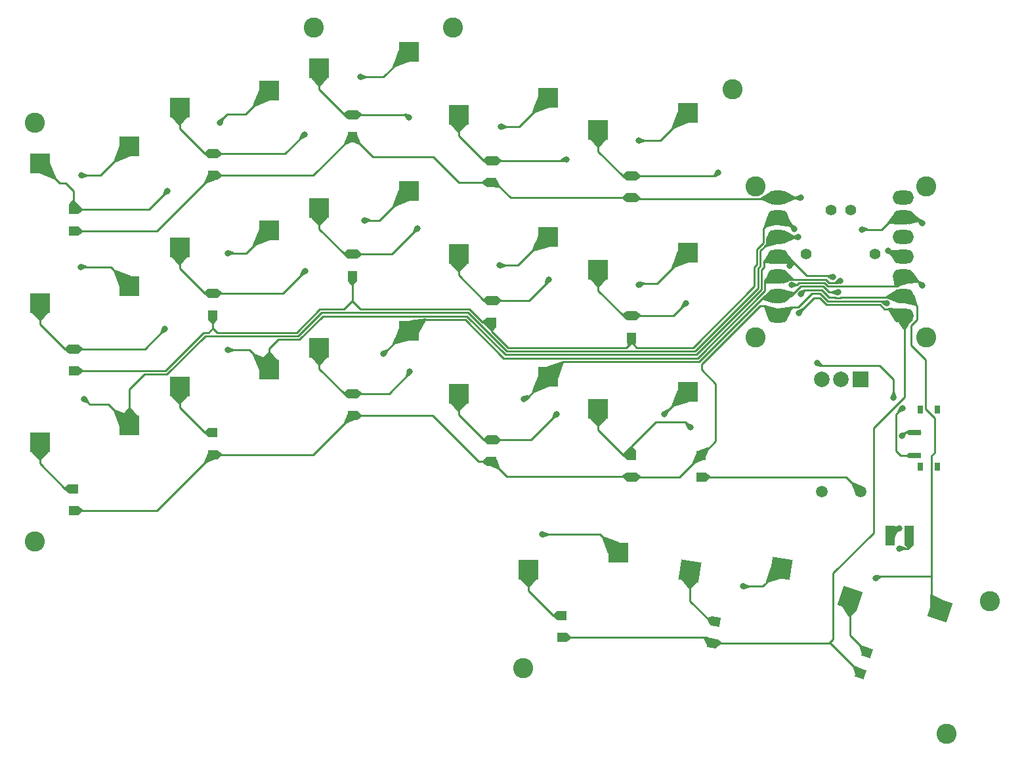
<source format=gbr>
%TF.GenerationSoftware,KiCad,Pcbnew,9.0.4*%
%TF.CreationDate,2025-09-04T10:39:47+02:00*%
%TF.ProjectId,avocado_v3,61766f63-6164-46f5-9f76-332e6b696361,0.0.3*%
%TF.SameCoordinates,Original*%
%TF.FileFunction,Copper,L1,Top*%
%TF.FilePolarity,Positive*%
%FSLAX46Y46*%
G04 Gerber Fmt 4.6, Leading zero omitted, Abs format (unit mm)*
G04 Created by KiCad (PCBNEW 9.0.4) date 2025-09-04 10:39:47*
%MOMM*%
%LPD*%
G01*
G04 APERTURE LIST*
G04 Aperture macros list*
%AMRotRect*
0 Rectangle, with rotation*
0 The origin of the aperture is its center*
0 $1 length*
0 $2 width*
0 $3 Rotation angle, in degrees counterclockwise*
0 Add horizontal line*
21,1,$1,$2,0,0,$3*%
G04 Aperture macros list end*
%TA.AperFunction,CastellatedPad*%
%ADD10C,1.397000*%
%TD*%
%TA.AperFunction,SMDPad,CuDef*%
%ADD11O,2.750000X1.800000*%
%TD*%
%TA.AperFunction,SMDPad,CuDef*%
%ADD12R,2.600000X2.600000*%
%TD*%
%TA.AperFunction,ComponentPad*%
%ADD13R,1.200000X1.200000*%
%TD*%
%TA.AperFunction,ComponentPad*%
%ADD14RotRect,1.200000X1.200000X72.000000*%
%TD*%
%TA.AperFunction,ComponentPad*%
%ADD15C,2.600000*%
%TD*%
%TA.AperFunction,SMDPad,CuDef*%
%ADD16RotRect,2.600000X2.600000X351.000000*%
%TD*%
%TA.AperFunction,SMDPad,CuDef*%
%ADD17RotRect,2.600000X2.600000X342.000000*%
%TD*%
%TA.AperFunction,ComponentPad*%
%ADD18C,1.500000*%
%TD*%
%TA.AperFunction,ComponentPad*%
%ADD19R,2.000000X2.000000*%
%TD*%
%TA.AperFunction,ComponentPad*%
%ADD20C,2.000000*%
%TD*%
%TA.AperFunction,SMDPad,CuDef*%
%ADD21R,1.250000X2.500000*%
%TD*%
%TA.AperFunction,ComponentPad*%
%ADD22RotRect,1.200000X1.200000X81.000000*%
%TD*%
%TA.AperFunction,SMDPad,CuDef*%
%ADD23R,0.800000X1.000000*%
%TD*%
%TA.AperFunction,SMDPad,CuDef*%
%ADD24R,1.500000X0.700000*%
%TD*%
%TA.AperFunction,ViaPad*%
%ADD25C,0.800000*%
%TD*%
%TA.AperFunction,Conductor*%
%ADD26C,0.250000*%
%TD*%
G04 APERTURE END LIST*
D10*
%TO.P,MCU1,19*%
%TO.N,pos*%
X126320000Y-46053000D03*
X117430000Y-46053000D03*
%TO.P,MCU1,18*%
%TO.N,RST*%
X123145000Y-40338000D03*
%TO.P,MCU1,17*%
%TO.N,GND*%
X120605000Y-40338000D03*
D11*
%TO.P,MCU1,14*%
%TO.N,5V*%
X129969960Y-38750000D03*
%TO.P,MCU1,13*%
%TO.N,GND*%
X129969960Y-41290000D03*
%TO.P,MCU1,12*%
%TO.N,3V3*%
X129969960Y-43830000D03*
%TO.P,MCU1,11*%
%TO.N,D10*%
X129969960Y-46370000D03*
%TO.P,MCU1,10*%
%TO.N,D9*%
X129969960Y-48910000D03*
%TO.P,MCU1,9*%
%TO.N,D8*%
X129969960Y-51450000D03*
%TO.P,MCU1,8*%
%TO.N,D7*%
X129969960Y-53990000D03*
%TO.P,MCU1,7*%
%TO.N,D6*%
X113780040Y-53990000D03*
%TO.P,MCU1,6*%
%TO.N,D5*%
X113780040Y-51450000D03*
%TO.P,MCU1,5*%
%TO.N,D4*%
X113780040Y-48910000D03*
%TO.P,MCU1,4*%
%TO.N,D3*%
X113780040Y-46370000D03*
%TO.P,MCU1,3*%
%TO.N,D2*%
X113780040Y-43830000D03*
%TO.P,MCU1,2*%
%TO.N,D1*%
X113780040Y-41290000D03*
%TO.P,MCU1,1*%
%TO.N,D0*%
X113780040Y-38750000D03*
%TD*%
D12*
%TO.P,S9,1*%
%TO.N,D4*%
X66150000Y-19900000D03*
%TO.P,S9,2*%
%TO.N,D0*%
X54600000Y-22100000D03*
%TD*%
D13*
%TO.P,D9,1*%
%TO.N,D0*%
X58875000Y-30850000D03*
%TO.P,D9,2*%
X58875000Y-28050000D03*
%TD*%
D12*
%TO.P,S5,1*%
%TO.N,D3*%
X48150000Y-42940000D03*
%TO.P,S5,2*%
%TO.N,D1*%
X36600000Y-45140000D03*
%TD*%
D14*
%TO.P,D18,1*%
%TO.N,D7*%
X124399909Y-100087816D03*
%TO.P,D18,2*%
X125265157Y-97424858D03*
%TD*%
D13*
%TO.P,D4,1*%
%TO.N,D6*%
X40875000Y-71890000D03*
%TO.P,D4,2*%
X40875000Y-69090000D03*
%TD*%
D15*
%TO.P,H4,*%
%TO.N,*%
X17875000Y-83090000D03*
%TD*%
D12*
%TO.P,S16,1*%
%TO.N,D4*%
X93150000Y-84520000D03*
%TO.P,S16,2*%
%TO.N,D7*%
X81600000Y-86720000D03*
%TD*%
D13*
%TO.P,D12,1*%
%TO.N,D0*%
X76875000Y-36790000D03*
%TO.P,D12,2*%
X76875000Y-33990000D03*
%TD*%
D16*
%TO.P,S17,1*%
%TO.N,D5*%
X114152032Y-86546729D03*
%TO.P,S17,2*%
%TO.N,D7*%
X102400076Y-86912827D03*
%TD*%
D13*
%TO.P,D14,1*%
%TO.N,D1*%
X94875000Y-56770000D03*
%TO.P,D14,2*%
X94875000Y-53970000D03*
%TD*%
D17*
%TO.P,S18,1*%
%TO.N,D8*%
X134702582Y-91921845D03*
%TO.P,S18,2*%
%TO.N,D7*%
X123038042Y-90445023D03*
%TD*%
D12*
%TO.P,S11,1*%
%TO.N,D5*%
X84150000Y-43840000D03*
%TO.P,S11,2*%
%TO.N,D1*%
X72600000Y-46040000D03*
%TD*%
D13*
%TO.P,D13,1*%
%TO.N,D6*%
X94875000Y-74770000D03*
%TO.P,D13,2*%
X94875000Y-71970000D03*
%TD*%
D15*
%TO.P,H5,*%
%TO.N,*%
X107875000Y-24770000D03*
%TD*%
D13*
%TO.P,D7,1*%
%TO.N,D6*%
X58875000Y-66850000D03*
%TO.P,D7,2*%
X58875000Y-64050000D03*
%TD*%
D12*
%TO.P,S10,1*%
%TO.N,D5*%
X84150000Y-61840000D03*
%TO.P,S10,2*%
%TO.N,D6*%
X72600000Y-64040000D03*
%TD*%
%TO.P,S4,1*%
%TO.N,D3*%
X48150000Y-60940000D03*
%TO.P,S4,2*%
%TO.N,D6*%
X36600000Y-63140000D03*
%TD*%
D13*
%TO.P,D8,1*%
%TO.N,D1*%
X58875000Y-48850000D03*
%TO.P,D8,2*%
X58875000Y-46050000D03*
%TD*%
%TO.P,D5,1*%
%TO.N,D1*%
X40875000Y-53890000D03*
%TO.P,D5,2*%
X40875000Y-51090000D03*
%TD*%
%TO.P,D16,1*%
%TO.N,D7*%
X85875000Y-95470000D03*
%TO.P,D16,2*%
X85875000Y-92670000D03*
%TD*%
D15*
%TO.P,H1,*%
%TO.N,*%
X17875000Y-29090000D03*
%TD*%
D18*
%TO.P,_1,1*%
%TO.N,D6*%
X124415000Y-76650000D03*
%TO.P,_1,2*%
%TO.N,D3*%
X119415000Y-76650000D03*
D19*
%TO.P,_1,A*%
%TO.N,D9*%
X124415000Y-62150000D03*
D20*
%TO.P,_1,B*%
%TO.N,D10*%
X119415000Y-62150000D03*
%TO.P,_1,C*%
%TO.N,GND*%
X121915000Y-62150000D03*
%TD*%
D12*
%TO.P,S8,1*%
%TO.N,D4*%
X66150000Y-37900000D03*
%TO.P,S8,2*%
%TO.N,D1*%
X54600000Y-40100000D03*
%TD*%
%TO.P,S1,1*%
%TO.N,D2*%
X30150000Y-68140000D03*
%TO.P,S1,2*%
%TO.N,D6*%
X18600000Y-70340000D03*
%TD*%
D15*
%TO.P,H2,*%
%TO.N,*%
X53875000Y-16850000D03*
%TD*%
D21*
%TO.P,PAD1,1*%
%TO.N,B+*%
X128225000Y-82370000D03*
%TO.P,PAD1,2*%
%TO.N,GND*%
X130725000Y-82370000D03*
%TD*%
D15*
%TO.P,H10,*%
%TO.N,*%
X110875000Y-37270000D03*
%TD*%
D13*
%TO.P,D19,1*%
%TO.N,D6*%
X103875000Y-71970000D03*
%TO.P,D19,2*%
X103875000Y-74770000D03*
%TD*%
%TO.P,D11,1*%
%TO.N,D1*%
X76875000Y-54790000D03*
%TO.P,D11,2*%
X76875000Y-51990000D03*
%TD*%
D15*
%TO.P,H12,*%
%TO.N,*%
X135527576Y-107909263D03*
%TD*%
D12*
%TO.P,S3,1*%
%TO.N,D2*%
X30150000Y-32140000D03*
%TO.P,S3,2*%
%TO.N,D0*%
X18600000Y-34340000D03*
%TD*%
D22*
%TO.P,D17,1*%
%TO.N,D7*%
X105253643Y-96223856D03*
%TO.P,D17,2*%
X105691659Y-93458328D03*
%TD*%
D13*
%TO.P,D1,1*%
%TO.N,D6*%
X22875000Y-79090000D03*
%TO.P,D1,2*%
X22875000Y-76290000D03*
%TD*%
D15*
%TO.P,H9,*%
%TO.N,*%
X132875000Y-37270000D03*
%TD*%
D13*
%TO.P,D15,1*%
%TO.N,D0*%
X94875000Y-38770000D03*
%TO.P,D15,2*%
X94875000Y-35970000D03*
%TD*%
D15*
%TO.P,H3,*%
%TO.N,*%
X71875000Y-16850000D03*
%TD*%
%TO.P,H11,*%
%TO.N,*%
X141089882Y-90790246D03*
%TD*%
D13*
%TO.P,D10,1*%
%TO.N,D6*%
X76875000Y-72790000D03*
%TO.P,D10,2*%
X76875000Y-69990000D03*
%TD*%
%TO.P,D6,1*%
%TO.N,D0*%
X40875000Y-35890000D03*
%TO.P,D6,2*%
X40875000Y-33090000D03*
%TD*%
D12*
%TO.P,S12,1*%
%TO.N,D5*%
X84150000Y-25840000D03*
%TO.P,S12,2*%
%TO.N,D0*%
X72600000Y-28040000D03*
%TD*%
D13*
%TO.P,D3,1*%
%TO.N,D0*%
X22875000Y-43090000D03*
%TO.P,D3,2*%
X22875000Y-40290000D03*
%TD*%
D12*
%TO.P,S13,1*%
%TO.N,D8*%
X102150000Y-63820000D03*
%TO.P,S13,2*%
%TO.N,D6*%
X90600000Y-66020000D03*
%TD*%
%TO.P,S15,1*%
%TO.N,D8*%
X102150000Y-27820000D03*
%TO.P,S15,2*%
%TO.N,D0*%
X90600000Y-30020000D03*
%TD*%
D15*
%TO.P,H8,*%
%TO.N,*%
X110875000Y-56770000D03*
%TD*%
D12*
%TO.P,S7,1*%
%TO.N,D4*%
X66150000Y-55900000D03*
%TO.P,S7,2*%
%TO.N,D6*%
X54600000Y-58100000D03*
%TD*%
%TO.P,S6,1*%
%TO.N,D3*%
X48150000Y-24940000D03*
%TO.P,S6,2*%
%TO.N,D0*%
X36600000Y-27140000D03*
%TD*%
%TO.P,S2,1*%
%TO.N,D2*%
X30150000Y-50140000D03*
%TO.P,S2,2*%
%TO.N,D1*%
X18600000Y-52340000D03*
%TD*%
%TO.P,S14,1*%
%TO.N,D8*%
X102150000Y-45820000D03*
%TO.P,S14,2*%
%TO.N,D1*%
X90600000Y-48020000D03*
%TD*%
D15*
%TO.P,H7,*%
%TO.N,*%
X132875000Y-56770000D03*
%TD*%
%TO.P,H6,*%
%TO.N,*%
X80875000Y-99470000D03*
%TD*%
D23*
%TO.P,T1,*%
%TO.N,*%
X132095000Y-73420000D03*
X134305000Y-73420000D03*
X132095000Y-66120000D03*
X134305000Y-66120000D03*
D24*
%TO.P,T1,1*%
%TO.N,pos*%
X131445000Y-72020000D03*
%TO.P,T1,2*%
%TO.N,B+*%
X131445000Y-69020000D03*
%TD*%
D13*
%TO.P,D2,1*%
%TO.N,D1*%
X22875000Y-61090000D03*
%TO.P,D2,2*%
X22875000Y-58290000D03*
%TD*%
D25*
%TO.N,D4*%
X83400000Y-82200000D03*
%TO.N,D0*%
X66200000Y-28400000D03*
%TO.N,D1*%
X84200000Y-49300000D03*
%TO.N,D5*%
X77881413Y-47500000D03*
%TO.N,D3*%
X42784500Y-45900000D03*
%TO.N,D2*%
X23801000Y-47700000D03*
%TO.N,B+*%
X129450002Y-81400000D03*
X129800000Y-69500000D03*
%TO.N,GND*%
X124600000Y-42875000D03*
X132350000Y-42050000D03*
X129450000Y-84000000D03*
%TO.N,pos*%
X128700000Y-64600000D03*
X118876000Y-60100000D03*
X129812500Y-65887500D03*
%TO.N,D0*%
X106050000Y-35550000D03*
X52700000Y-30600000D03*
X86500000Y-33800000D03*
X116700000Y-38750000D03*
X35050000Y-37850000D03*
%TO.N,D1*%
X67300000Y-42700000D03*
X34700000Y-55700000D03*
X52800000Y-48200000D03*
X101900000Y-52400000D03*
X115900000Y-42800000D03*
%TO.N,D2*%
X116400000Y-43830000D03*
X23900000Y-35900000D03*
X24300000Y-64700000D03*
%TO.N,D3*%
X120848456Y-49024000D03*
X41801000Y-29100000D03*
X42784500Y-58400000D03*
X115324000Y-47516021D03*
%TO.N,D4*%
X60400000Y-41700000D03*
X62890706Y-58909294D03*
X121800000Y-49475000D03*
X59881413Y-23200000D03*
%TO.N,D5*%
X121510164Y-50949684D03*
X81000000Y-64700000D03*
X78000000Y-29600000D03*
X109300000Y-88900000D03*
%TO.N,D6*%
X85250000Y-66650000D03*
X102500000Y-68400000D03*
X66300000Y-61200000D03*
X127800000Y-52400684D03*
%TO.N,D7*%
X116500000Y-53625000D03*
%TO.N,D8*%
X126387689Y-87812311D03*
X95801000Y-31400000D03*
X116694765Y-51218351D03*
X95800000Y-50000000D03*
X99150000Y-66650000D03*
%TO.N,D9*%
X132400000Y-50100000D03*
X115500000Y-50025000D03*
%TO.N,D10*%
X128000000Y-45625000D03*
%TD*%
D26*
%TO.N,pos*%
X128700000Y-64600000D02*
X128700000Y-62200000D01*
X128700000Y-62200000D02*
X126900000Y-60400000D01*
X126900000Y-60400000D02*
X119176000Y-60400000D01*
X119176000Y-60400000D02*
X118876000Y-60100000D01*
%TO.N,D7*%
X120400000Y-96223856D02*
X120900000Y-95723856D01*
X120900000Y-95723856D02*
X120900000Y-87200000D01*
X126139000Y-81961000D02*
X126139000Y-68430042D01*
X126139000Y-68430042D02*
X130100000Y-64469042D01*
X120900000Y-87200000D02*
X126139000Y-81961000D01*
X130100000Y-64469042D02*
X130100000Y-54334960D01*
X130100000Y-54334960D02*
X130444960Y-53990000D01*
%TO.N,D6*%
X103875000Y-71970000D02*
X103910099Y-71970000D01*
X103900000Y-60251240D02*
X111451240Y-52700000D01*
X105751000Y-70129099D02*
X105751000Y-62751000D01*
X105751000Y-62751000D02*
X103900000Y-60900000D01*
X103900000Y-60900000D02*
X103900000Y-60251240D01*
X103910099Y-71970000D02*
X105751000Y-70129099D01*
X112015040Y-52700000D02*
X113305040Y-53990000D01*
X111451240Y-52700000D02*
X112015040Y-52700000D01*
%TO.N,D2*%
X24300000Y-64700000D02*
X25000000Y-65400000D01*
X25000000Y-65400000D02*
X27410000Y-65400000D01*
X27410000Y-65400000D02*
X30150000Y-68140000D01*
%TO.N,D3*%
X41801000Y-29100000D02*
X41801000Y-28900000D01*
X41801000Y-28900000D02*
X42701000Y-28000000D01*
X42701000Y-28000000D02*
X45090000Y-28000000D01*
X45090000Y-28000000D02*
X48150000Y-24940000D01*
%TO.N,D2*%
X113305040Y-43830000D02*
X111500000Y-45635040D01*
X111500000Y-45635040D02*
X111500000Y-47537230D01*
X111500000Y-47537230D02*
X111177040Y-47860190D01*
X78780000Y-58547000D02*
X73806000Y-53573000D01*
X32059000Y-61541000D02*
X30150000Y-63450000D01*
X111177040Y-47860190D02*
X111177040Y-50422960D01*
X103053000Y-58547000D02*
X78780000Y-58547000D01*
X54879190Y-53573000D02*
X51852190Y-56600000D01*
X51852190Y-56600000D02*
X39888000Y-56600000D01*
X39888000Y-56600000D02*
X34947000Y-61541000D01*
X73806000Y-53573000D02*
X54879190Y-53573000D01*
X111177040Y-50422960D02*
X103053000Y-58547000D01*
X34947000Y-61541000D02*
X32059000Y-61541000D01*
X30150000Y-63450000D02*
X30150000Y-68140000D01*
%TO.N,D5*%
X77881413Y-47500000D02*
X80208587Y-47500000D01*
X80208587Y-47500000D02*
X83868587Y-43840000D01*
X83868587Y-43840000D02*
X84150000Y-43840000D01*
%TO.N,D0*%
X86280000Y-33800000D02*
X86090000Y-33990000D01*
X86500000Y-33800000D02*
X86280000Y-33800000D01*
X86090000Y-33990000D02*
X76875000Y-33990000D01*
%TO.N,D6*%
X127800000Y-52400684D02*
X127526000Y-52126684D01*
X127526000Y-52126684D02*
X120231110Y-52126684D01*
X120231110Y-52126684D02*
X119208426Y-51104000D01*
X119208426Y-51104000D02*
X118147720Y-51104000D01*
X118147720Y-51104000D02*
X116350720Y-52901000D01*
X116350720Y-52901000D02*
X115749280Y-52901000D01*
X115749280Y-52901000D02*
X115748280Y-52900000D01*
X115600000Y-52900000D02*
X114510000Y-53990000D01*
X115748280Y-52900000D02*
X115600000Y-52900000D01*
X114510000Y-53990000D02*
X113305040Y-53990000D01*
%TO.N,D3*%
X115324000Y-47516021D02*
X115325000Y-47515021D01*
X115759851Y-47170191D02*
X115759851Y-47140149D01*
X115324000Y-47516021D02*
X115325000Y-47516021D01*
X115415021Y-47515021D02*
X115759851Y-47170191D01*
X115325000Y-47515021D02*
X115415021Y-47515021D01*
X117468702Y-48849000D02*
X115759851Y-47140149D01*
%TO.N,D1*%
X113305040Y-41290000D02*
X114390000Y-41290000D01*
X114390000Y-41290000D02*
X115900000Y-42800000D01*
%TO.N,GND*%
X124600000Y-42875000D02*
X127175000Y-42875000D01*
X127175000Y-42875000D02*
X128760000Y-41290000D01*
X128760000Y-41290000D02*
X130444960Y-41290000D01*
%TO.N,D8*%
X116694765Y-51218351D02*
X117260116Y-50653000D01*
X117260116Y-50653000D02*
X119395236Y-50653000D01*
X121886568Y-51600000D02*
X130294960Y-51600000D01*
X120342236Y-51600000D02*
X121133760Y-51600000D01*
X119395236Y-50653000D02*
X120342236Y-51600000D01*
X121133760Y-51600000D02*
X121209444Y-51675684D01*
X121209444Y-51675684D02*
X121810884Y-51675684D01*
X130294960Y-51600000D02*
X130444960Y-51450000D01*
X121810884Y-51675684D02*
X121886568Y-51600000D01*
%TO.N,D7*%
X130444960Y-53990000D02*
X128890000Y-53990000D01*
X120044300Y-52577684D02*
X119166616Y-51700000D01*
X119166616Y-51700000D02*
X118425000Y-51700000D01*
X127499280Y-53126684D02*
X126950280Y-52577684D01*
X128890000Y-53990000D02*
X128026684Y-53126684D01*
X128026684Y-53126684D02*
X127499280Y-53126684D01*
X126950280Y-52577684D02*
X120044300Y-52577684D01*
X118425000Y-51700000D02*
X116500000Y-53625000D01*
%TO.N,D3*%
X120848456Y-48873176D02*
X120824280Y-48849000D01*
X120848456Y-49024000D02*
X120848456Y-48873176D01*
X120824280Y-48849000D02*
X117468702Y-48849000D01*
X115759851Y-47140149D02*
X114989702Y-46370000D01*
X114989702Y-46370000D02*
X113305040Y-46370000D01*
%TO.N,D4*%
X121800000Y-49475000D02*
X121800000Y-49400625D01*
X119955666Y-49300000D02*
X115801720Y-49300000D01*
X121800000Y-49400625D02*
X121451625Y-49749000D01*
X120404666Y-49749000D02*
X119955666Y-49300000D01*
X115199280Y-49299000D02*
X114810280Y-48910000D01*
X121451625Y-49749000D02*
X120404666Y-49749000D01*
X115801720Y-49300000D02*
X115800720Y-49299000D01*
X114810280Y-48910000D02*
X113305040Y-48910000D01*
X115800720Y-49299000D02*
X115199280Y-49299000D01*
X66150000Y-55900000D02*
X67575000Y-54475000D01*
X67575000Y-54475000D02*
X73432380Y-54475000D01*
X112079040Y-49420960D02*
X112590000Y-48910000D01*
X78406380Y-59449000D02*
X103426620Y-59449000D01*
X73432380Y-54475000D02*
X78406380Y-59449000D01*
X103426620Y-59449000D02*
X112079040Y-50796580D01*
X112079040Y-50796580D02*
X112079040Y-49420960D01*
X112590000Y-48910000D02*
X113305040Y-48910000D01*
X93150000Y-84520000D02*
X90830000Y-82200000D01*
X90830000Y-82200000D02*
X83400000Y-82200000D01*
%TO.N,D0*%
X58875000Y-28050000D02*
X65850000Y-28050000D01*
X65850000Y-28050000D02*
X66200000Y-28400000D01*
%TO.N,D1*%
X84200000Y-49500000D02*
X84200000Y-49300000D01*
X81710000Y-51990000D02*
X84200000Y-49500000D01*
X76875000Y-51990000D02*
X81710000Y-51990000D01*
%TO.N,D0*%
X58875000Y-30850000D02*
X61525000Y-33500000D01*
X61525000Y-33500000D02*
X69300000Y-33500000D01*
X69300000Y-33500000D02*
X72590000Y-36790000D01*
X72590000Y-36790000D02*
X76875000Y-36790000D01*
%TO.N,D1*%
X40875000Y-55575000D02*
X41449000Y-56149000D01*
X41449000Y-56149000D02*
X51665380Y-56149000D01*
X51665380Y-56149000D02*
X54692380Y-53122000D01*
X40875000Y-53890000D02*
X40875000Y-55575000D01*
X54692380Y-53122000D02*
X57778000Y-53122000D01*
X58875000Y-52025000D02*
X58875000Y-48850000D01*
X57778000Y-53122000D02*
X58875000Y-52025000D01*
X22875000Y-61090000D02*
X34760190Y-61090000D01*
X34760190Y-61090000D02*
X39701190Y-56149000D01*
X40875000Y-55625000D02*
X40875000Y-53890000D01*
X39701190Y-56149000D02*
X40351000Y-56149000D01*
X40351000Y-56149000D02*
X40875000Y-55625000D01*
%TO.N,D3*%
X111628040Y-49500000D02*
X111628040Y-50609770D01*
X111628040Y-50609770D02*
X103239810Y-58998000D01*
X52039000Y-57051000D02*
X49349000Y-57051000D01*
X103239810Y-58998000D02*
X78593190Y-58998000D01*
X55066000Y-54024000D02*
X52039000Y-57051000D01*
X78593190Y-58998000D02*
X73619190Y-54024000D01*
X73619190Y-54024000D02*
X55066000Y-54024000D01*
X48150000Y-58250000D02*
X48150000Y-60940000D01*
X49349000Y-57051000D02*
X48150000Y-58250000D01*
%TO.N,D1*%
X58875000Y-48850000D02*
X58875000Y-52075000D01*
X58875000Y-52075000D02*
X59922000Y-53122000D01*
X59922000Y-53122000D02*
X73992810Y-53122000D01*
X73992810Y-53122000D02*
X75660810Y-54790000D01*
X75660810Y-54790000D02*
X76875000Y-54790000D01*
X76875000Y-54790000D02*
X76875000Y-56004190D01*
X78966810Y-58096000D02*
X94204000Y-58096000D01*
X76875000Y-56004190D02*
X78966810Y-58096000D01*
X94875000Y-57425000D02*
X94875000Y-56770000D01*
X94204000Y-58096000D02*
X94875000Y-57425000D01*
X110726040Y-50173960D02*
X110726040Y-47673380D01*
X111049000Y-47350420D02*
X111049000Y-45448230D01*
X94875000Y-57375000D02*
X95596000Y-58096000D01*
X102804000Y-58096000D02*
X110726040Y-50173960D01*
X94875000Y-56770000D02*
X94875000Y-57375000D01*
X95596000Y-58096000D02*
X102804000Y-58096000D01*
X110726040Y-47673380D02*
X111049000Y-47350420D01*
X111900000Y-44597230D02*
X111900000Y-42695040D01*
X111049000Y-45448230D02*
X111900000Y-44597230D01*
X111900000Y-42695040D02*
X113305040Y-41290000D01*
%TO.N,D3*%
X48150000Y-42940000D02*
X45190000Y-45900000D01*
X45190000Y-45900000D02*
X42784500Y-45900000D01*
%TO.N,D2*%
X30150000Y-50140000D02*
X27710000Y-47700000D01*
X27710000Y-47700000D02*
X23801000Y-47700000D01*
%TO.N,D6*%
X58875000Y-66850000D02*
X69250000Y-66850000D01*
X69250000Y-66850000D02*
X75190000Y-72790000D01*
X75190000Y-72790000D02*
X76875000Y-72790000D01*
X76875000Y-72790000D02*
X78785000Y-74700000D01*
X78785000Y-74700000D02*
X94805000Y-74700000D01*
X94805000Y-74700000D02*
X94875000Y-74770000D01*
%TO.N,B+*%
X131445000Y-69020000D02*
X132123140Y-69020000D01*
X129195000Y-81400000D02*
X128225000Y-82370000D01*
X129450002Y-81400000D02*
X129195000Y-81400000D01*
X129800000Y-69500000D02*
X130280000Y-69020000D01*
X130280000Y-69020000D02*
X131445000Y-69020000D01*
%TO.N,GND*%
X130725000Y-83875000D02*
X130725000Y-82370000D01*
X132350000Y-42050000D02*
X132400000Y-42100000D01*
X131590000Y-41290000D02*
X132350000Y-42050000D01*
X129450000Y-84000000D02*
X130600000Y-84000000D01*
X130444960Y-41290000D02*
X131590000Y-41290000D01*
X130600000Y-84000000D02*
X130725000Y-83875000D01*
%TO.N,pos*%
X129620000Y-72020000D02*
X129000000Y-71400000D01*
X129000000Y-66700000D02*
X129812500Y-65887500D01*
X131445000Y-72020000D02*
X129620000Y-72020000D01*
X129000000Y-71400000D02*
X129000000Y-66700000D01*
%TO.N,D0*%
X22875000Y-37854901D02*
X22875000Y-40290000D01*
X113159040Y-38896000D02*
X113305040Y-38750000D01*
X105630000Y-35970000D02*
X106050000Y-35550000D01*
X57839901Y-28050000D02*
X58875000Y-28050000D01*
X36600000Y-27140000D02*
X36600000Y-29850099D01*
X72600000Y-30750099D02*
X75839901Y-33990000D01*
X54600000Y-22100000D02*
X54600000Y-24810099D01*
X90600000Y-32800000D02*
X93770000Y-35970000D01*
X94875000Y-38770000D02*
X95001000Y-38896000D01*
X76875000Y-36790000D02*
X77290000Y-36790000D01*
X40875000Y-35890000D02*
X53835000Y-35890000D01*
X106050000Y-35550000D02*
X106100000Y-35500000D01*
X72600000Y-28040000D02*
X72600000Y-30750099D01*
X90600000Y-30020000D02*
X90600000Y-32800000D01*
X21883199Y-36863100D02*
X22875000Y-37854901D01*
X36600000Y-29850099D02*
X39839901Y-33090000D01*
X95001000Y-38896000D02*
X113159040Y-38896000D01*
X33675000Y-43090000D02*
X40875000Y-35890000D01*
X21123100Y-36863100D02*
X21883199Y-36863100D01*
X53835000Y-35890000D02*
X58875000Y-30850000D01*
X39839901Y-33090000D02*
X40875000Y-33090000D01*
X35050000Y-37850000D02*
X35100000Y-37800000D01*
X116700000Y-38750000D02*
X113305040Y-38750000D01*
X22875000Y-40290000D02*
X32610000Y-40290000D01*
X22875000Y-43090000D02*
X33675000Y-43090000D01*
X94875000Y-35970000D02*
X105630000Y-35970000D01*
X50210000Y-33090000D02*
X52700000Y-30600000D01*
X75839901Y-33990000D02*
X76875000Y-33990000D01*
X32610000Y-40290000D02*
X35050000Y-37850000D01*
X18600000Y-34340000D02*
X21123100Y-36863100D01*
X40875000Y-33090000D02*
X50210000Y-33090000D01*
X54600000Y-24810099D02*
X57839901Y-28050000D01*
X93770000Y-35970000D02*
X94875000Y-35970000D01*
X79270000Y-38770000D02*
X94875000Y-38770000D01*
X77290000Y-36790000D02*
X79270000Y-38770000D01*
%TO.N,D1*%
X93839901Y-53970000D02*
X94875000Y-53970000D01*
X58875000Y-46050000D02*
X63950000Y-46050000D01*
X39839901Y-51090000D02*
X40875000Y-51090000D01*
X22875000Y-58290000D02*
X32110000Y-58290000D01*
X90600000Y-48020000D02*
X90600000Y-50730099D01*
X94875000Y-53970000D02*
X100330000Y-53970000D01*
X36600000Y-45140000D02*
X36600000Y-47850099D01*
X21839901Y-58290000D02*
X22875000Y-58290000D01*
X32110000Y-58290000D02*
X34700000Y-55700000D01*
X72600000Y-48750099D02*
X75839901Y-51990000D01*
X72600000Y-46040000D02*
X72600000Y-48750099D01*
X90600000Y-50730099D02*
X93839901Y-53970000D01*
X75839901Y-51990000D02*
X76875000Y-51990000D01*
X18600000Y-55050099D02*
X21839901Y-58290000D01*
X54600000Y-42810099D02*
X57839901Y-46050000D01*
X40875000Y-51090000D02*
X49910099Y-51090000D01*
X57839901Y-46050000D02*
X58875000Y-46050000D01*
X54600000Y-40100000D02*
X54600000Y-42810099D01*
X18600000Y-52340000D02*
X18600000Y-55050099D01*
X49910099Y-51090000D02*
X52800000Y-48200099D01*
X100330000Y-53970000D02*
X101900000Y-52400000D01*
X34700000Y-55700000D02*
X34800000Y-55600000D01*
X63950000Y-46050000D02*
X67300000Y-42700000D01*
X36600000Y-47850099D02*
X39839901Y-51090000D01*
%TO.N,D2*%
X30150000Y-32140000D02*
X26390000Y-35900000D01*
X26390000Y-35900000D02*
X23900000Y-35900000D01*
X116400000Y-43830000D02*
X113305040Y-43830000D01*
%TO.N,D3*%
X113305040Y-46370000D02*
X112530000Y-46370000D01*
X45610000Y-58400000D02*
X42784500Y-58400000D01*
X111628040Y-49234150D02*
X111628040Y-49500000D01*
X111951000Y-47724040D02*
X111628040Y-48047000D01*
X112530000Y-46370000D02*
X111951000Y-46949000D01*
X113448866Y-46370000D02*
X113305040Y-46370000D01*
X48150000Y-60940000D02*
X45610000Y-58400000D01*
X111628040Y-48047000D02*
X111628040Y-49500000D01*
X111951000Y-46949000D02*
X111951000Y-47724040D01*
%TO.N,D4*%
X62850000Y-23200000D02*
X59881413Y-23200000D01*
X65900000Y-55900000D02*
X62890706Y-58909294D01*
X66150000Y-55900000D02*
X65900000Y-55900000D01*
X66150000Y-37900000D02*
X62350000Y-41700000D01*
X66150000Y-19900000D02*
X62850000Y-23200000D01*
X62350000Y-41700000D02*
X60400000Y-41700000D01*
%TO.N,D5*%
X81290000Y-64700000D02*
X81000000Y-64700000D01*
X103613430Y-59900000D02*
X112063430Y-51450000D01*
X112063430Y-51450000D02*
X113305040Y-51450000D01*
X86090000Y-59900000D02*
X103613430Y-59900000D01*
X84150000Y-61840000D02*
X86090000Y-59900000D01*
X121510164Y-50949684D02*
X120329730Y-50949684D01*
X78000000Y-29600000D02*
X80390000Y-29600000D01*
X111798761Y-88900000D02*
X109300000Y-88900000D01*
X80390000Y-29600000D02*
X84150000Y-25840000D01*
X114152032Y-86546729D02*
X111798761Y-88900000D01*
X120329730Y-50949684D02*
X119582046Y-50202000D01*
X116685810Y-50202000D02*
X115437810Y-51450000D01*
X84150000Y-61840000D02*
X81290000Y-64700000D01*
X115437810Y-51450000D02*
X113305040Y-51450000D01*
X119582046Y-50202000D02*
X116685810Y-50202000D01*
%TO.N,D6*%
X36600000Y-63140000D02*
X36600000Y-65850099D01*
X90600000Y-66020000D02*
X90600000Y-68730099D01*
X122535000Y-74770000D02*
X124415000Y-76650000D01*
X22875000Y-79090000D02*
X33675000Y-79090000D01*
X72600000Y-66750099D02*
X75839901Y-69990000D01*
X33675000Y-79090000D02*
X40875000Y-71890000D01*
X90600000Y-68730099D02*
X93839901Y-71970000D01*
X76875000Y-69990000D02*
X81910000Y-69990000D01*
X36600000Y-65850099D02*
X39839901Y-69090000D01*
X101779500Y-67679500D02*
X102500000Y-68400000D01*
X66300000Y-61381413D02*
X66300000Y-61200000D01*
X53835000Y-71890000D02*
X58875000Y-66850000D01*
X98009087Y-67679500D02*
X101779500Y-67679500D01*
X94875000Y-70813587D02*
X98009087Y-67679500D01*
X72600000Y-64040000D02*
X72600000Y-66750099D01*
X21839901Y-76290000D02*
X22875000Y-76290000D01*
X81910000Y-69990000D02*
X85250000Y-66650000D01*
X54600000Y-60810099D02*
X57839901Y-64050000D01*
X18600000Y-73050099D02*
X21839901Y-76290000D01*
X94875000Y-71970000D02*
X94875000Y-70813587D01*
X58875000Y-64050000D02*
X63631413Y-64050000D01*
X101075000Y-74770000D02*
X103875000Y-71970000D01*
X57839901Y-64050000D02*
X58875000Y-64050000D01*
X103875000Y-74770000D02*
X122535000Y-74770000D01*
X39839901Y-69090000D02*
X40875000Y-69090000D01*
X18600000Y-70340000D02*
X18600000Y-73050099D01*
X93839901Y-71970000D02*
X94875000Y-71970000D01*
X63631413Y-64050000D02*
X66300000Y-61381413D01*
X94875000Y-74770000D02*
X101075000Y-74770000D01*
X54600000Y-58100000D02*
X54600000Y-60810099D01*
X85250000Y-66650000D02*
X85300000Y-66600000D01*
X40875000Y-71890000D02*
X53835000Y-71890000D01*
X75839901Y-69990000D02*
X76875000Y-69990000D01*
%TO.N,D7*%
X123038042Y-90445023D02*
X123038042Y-95197743D01*
X120400000Y-96223856D02*
X120535949Y-96223856D01*
X123038042Y-95197743D02*
X125265157Y-97424858D01*
X105084180Y-93458328D02*
X105691659Y-93458328D01*
X105253643Y-96223856D02*
X120400000Y-96223856D01*
X81600000Y-86720000D02*
X81600000Y-89430099D01*
X129779960Y-53325000D02*
X130444960Y-53990000D01*
X81600000Y-89430099D02*
X84839901Y-92670000D01*
X85875000Y-95470000D02*
X104499787Y-95470000D01*
X104499787Y-95470000D02*
X105253643Y-96223856D01*
X84839901Y-92670000D02*
X85875000Y-92670000D01*
X120535949Y-96223856D02*
X124399909Y-100087816D01*
X102400076Y-86912826D02*
X102400076Y-90774224D01*
X102400076Y-90774224D02*
X105084180Y-93458328D01*
%TO.N,D8*%
X132821000Y-66000000D02*
X132821000Y-59621000D01*
X132821000Y-59621000D02*
X130952786Y-57752786D01*
X134031000Y-71612140D02*
X134031000Y-67210000D01*
X133547140Y-87600000D02*
X126600000Y-87600000D01*
X102150000Y-63820000D02*
X101980000Y-63820000D01*
X130952786Y-57752786D02*
X130952786Y-55216000D01*
X134031000Y-67210000D02*
X132821000Y-66000000D01*
X98570000Y-31400000D02*
X95801000Y-31400000D01*
X133547140Y-87600000D02*
X133547140Y-72096000D01*
X126600000Y-87600000D02*
X126387689Y-87812311D01*
X98170000Y-49800000D02*
X96000000Y-49800000D01*
X134702582Y-91921845D02*
X133547140Y-90766403D01*
X101980000Y-63820000D02*
X99150000Y-66650000D01*
X102150000Y-45820000D02*
X98170000Y-49800000D01*
X133547140Y-90766403D02*
X133547140Y-87600000D01*
X102150000Y-27820000D02*
X98570000Y-31400000D01*
X131670960Y-54497826D02*
X131670960Y-52676000D01*
X133547140Y-72096000D02*
X134031000Y-71612140D01*
X130952786Y-55216000D02*
X131670960Y-54497826D01*
X96000000Y-49800000D02*
X95800000Y-50000000D01*
X131670960Y-52676000D02*
X130444960Y-51450000D01*
X129894960Y-52000000D02*
X130444960Y-51450000D01*
%TO.N,D9*%
X129154960Y-50200000D02*
X120217856Y-50200000D01*
X130444960Y-48910000D02*
X129154960Y-50200000D01*
X119768856Y-49751000D02*
X116499000Y-49751000D01*
X116499000Y-49751000D02*
X116225000Y-50025000D01*
X120217856Y-50200000D02*
X119768856Y-49751000D01*
X130444960Y-48910000D02*
X131210000Y-48910000D01*
X131210000Y-48910000D02*
X132400000Y-50100000D01*
X116225000Y-50025000D02*
X115500000Y-50025000D01*
%TO.N,D10*%
X129870000Y-46370000D02*
X130444960Y-46370000D01*
X130444960Y-46370000D02*
X128760298Y-46370000D01*
X128000000Y-45625000D02*
X128374280Y-45999280D01*
X129499280Y-45999280D02*
X129870000Y-46370000D01*
X128374280Y-45999280D02*
X129499280Y-45999280D01*
%TD*%
%TA.AperFunction,Conductor*%
%TO.N,D2*%
G36*
X113299599Y-43828076D02*
G01*
X113307048Y-43833043D01*
X113308140Y-43835085D01*
X113672849Y-44717939D01*
X113672840Y-44726894D01*
X113666502Y-44733220D01*
X113665300Y-44733641D01*
X112139510Y-45177021D01*
X112130609Y-45176039D01*
X112127972Y-45174059D01*
X111964007Y-45010094D01*
X111960580Y-45001821D01*
X111964007Y-44993548D01*
X112098898Y-44858656D01*
X112098903Y-44858653D01*
X112099860Y-44857695D01*
X112099862Y-44857695D01*
X112160465Y-44797092D01*
X112181891Y-44759980D01*
X112203318Y-44722869D01*
X112225500Y-44640085D01*
X112225501Y-44640085D01*
X112225501Y-44553660D01*
X112225500Y-44553651D01*
X112225500Y-44225362D01*
X112226143Y-44221537D01*
X112359833Y-43835085D01*
X112419001Y-43664047D01*
X112424944Y-43657351D01*
X112432327Y-43656397D01*
X113299599Y-43828076D01*
G37*
%TD.AperFunction*%
%TD*%
%TA.AperFunction,Conductor*%
%TO.N,D5*%
G36*
X77972303Y-47112496D02*
G01*
X78666128Y-47372156D01*
X78672675Y-47378265D01*
X78673727Y-47383114D01*
X78673727Y-47616885D01*
X78670300Y-47625158D01*
X78666128Y-47627843D01*
X77972308Y-47887501D01*
X77963358Y-47887191D01*
X77957249Y-47880644D01*
X77956737Y-47878854D01*
X77905627Y-47625158D01*
X77880878Y-47502308D01*
X77880878Y-47497691D01*
X77956737Y-47121143D01*
X77961731Y-47113712D01*
X77970518Y-47111986D01*
X77972303Y-47112496D01*
G37*
%TD.AperFunction*%
%TD*%
%TA.AperFunction,Conductor*%
%TO.N,D5*%
G36*
X84140951Y-43837789D02*
G01*
X84148605Y-43842436D01*
X84150866Y-43849163D01*
X84171642Y-45130844D01*
X84168350Y-45139172D01*
X84162940Y-45142344D01*
X82237789Y-45652357D01*
X82228914Y-45651163D01*
X82226520Y-45649320D01*
X82060127Y-45482927D01*
X82056700Y-45474654D01*
X82057662Y-45470008D01*
X82363848Y-44762390D01*
X82364441Y-44761211D01*
X82448344Y-44615888D01*
X82536158Y-44403887D01*
X82563886Y-44300402D01*
X82564444Y-44298798D01*
X82846411Y-43647152D01*
X82852842Y-43640921D01*
X82858930Y-43640235D01*
X84140951Y-43837789D01*
G37*
%TD.AperFunction*%
%TD*%
%TA.AperFunction,Conductor*%
%TO.N,D0*%
G36*
X86284287Y-33477155D02*
G01*
X86284683Y-33477710D01*
X86498281Y-33795950D01*
X86500046Y-33804729D01*
X86500036Y-33804781D01*
X86424089Y-34181765D01*
X86419095Y-34189198D01*
X86411274Y-34191076D01*
X85764417Y-34116198D01*
X85756592Y-34111843D01*
X85754062Y-34104576D01*
X85754062Y-33870807D01*
X85757489Y-33862534D01*
X85758679Y-33861494D01*
X86267894Y-33474910D01*
X86276555Y-33472638D01*
X86284287Y-33477155D01*
G37*
%TD.AperFunction*%
%TD*%
%TA.AperFunction,Conductor*%
%TO.N,D0*%
G36*
X77483161Y-33396461D02*
G01*
X78070562Y-33861487D01*
X78074922Y-33869308D01*
X78075000Y-33870659D01*
X78075000Y-34109340D01*
X78071573Y-34117613D01*
X78070562Y-34118513D01*
X77483161Y-34583538D01*
X77474548Y-34585987D01*
X77467633Y-34582645D01*
X77002727Y-34118513D01*
X76882292Y-33998278D01*
X76878859Y-33990010D01*
X76882278Y-33981735D01*
X77467634Y-33397353D01*
X77475909Y-33393934D01*
X77483161Y-33396461D01*
G37*
%TD.AperFunction*%
%TD*%
%TA.AperFunction,Conductor*%
%TO.N,D6*%
G36*
X127863943Y-52008245D02*
G01*
X127872185Y-52011745D01*
X127875539Y-52020048D01*
X127875320Y-52022199D01*
X127801938Y-52395902D01*
X127796981Y-52403360D01*
X127796944Y-52403385D01*
X127475655Y-52617420D01*
X127466870Y-52619155D01*
X127460636Y-52615688D01*
X127122351Y-52255060D01*
X127119184Y-52247055D01*
X127119184Y-52013487D01*
X127122611Y-52005214D01*
X127130883Y-52001787D01*
X127863943Y-52008245D01*
G37*
%TD.AperFunction*%
%TD*%
%TA.AperFunction,Conductor*%
%TO.N,D3*%
G36*
X115634851Y-47140149D02*
G01*
X115868026Y-47140149D01*
X115876299Y-47143576D01*
X115879726Y-47151849D01*
X115878994Y-47155922D01*
X115719776Y-47584732D01*
X115713684Y-47591295D01*
X115706554Y-47592140D01*
X115335503Y-47519279D01*
X115328045Y-47514322D01*
X115326276Y-47505546D01*
X115400028Y-47133824D01*
X115404998Y-47126379D01*
X115412324Y-47124433D01*
X115634851Y-47140149D01*
G37*
%TD.AperFunction*%
%TD*%
%TA.AperFunction,Conductor*%
%TO.N,D1*%
G36*
X115138373Y-41237166D02*
G01*
X115140984Y-41240799D01*
X115668069Y-42387294D01*
X115668412Y-42396242D01*
X115665712Y-42400454D01*
X115498962Y-42567204D01*
X115490689Y-42570631D01*
X115488744Y-42570468D01*
X113141328Y-42174708D01*
X113133740Y-42169954D01*
X113131736Y-42161226D01*
X113131796Y-42160899D01*
X113302524Y-41298431D01*
X113307491Y-41290983D01*
X113313642Y-41289010D01*
X115130001Y-41233991D01*
X115138373Y-41237166D01*
G37*
%TD.AperFunction*%
%TD*%
%TA.AperFunction,Conductor*%
%TO.N,D1*%
G36*
X115435520Y-42154722D02*
G01*
X116109733Y-42461722D01*
X116115842Y-42468269D01*
X116115532Y-42477219D01*
X116114628Y-42478846D01*
X115902011Y-42798743D01*
X115898743Y-42802011D01*
X115578846Y-43014628D01*
X115570059Y-43016354D01*
X115562626Y-43011360D01*
X115561722Y-43009733D01*
X115254723Y-42335522D01*
X115254413Y-42326572D01*
X115257096Y-42322402D01*
X115422401Y-42157097D01*
X115430673Y-42153671D01*
X115435520Y-42154722D01*
G37*
%TD.AperFunction*%
%TD*%
%TA.AperFunction,Conductor*%
%TO.N,GND*%
G36*
X124690890Y-42487496D02*
G01*
X125384715Y-42747156D01*
X125391262Y-42753265D01*
X125392314Y-42758114D01*
X125392314Y-42991885D01*
X125388887Y-43000158D01*
X125384715Y-43002843D01*
X124690895Y-43262501D01*
X124681945Y-43262191D01*
X124675836Y-43255644D01*
X124675324Y-43253854D01*
X124624214Y-43000158D01*
X124599465Y-42877308D01*
X124599465Y-42872691D01*
X124675324Y-42496143D01*
X124680318Y-42488712D01*
X124689105Y-42486986D01*
X124690890Y-42487496D01*
G37*
%TD.AperFunction*%
%TD*%
%TA.AperFunction,Conductor*%
%TO.N,GND*%
G36*
X128708760Y-40900887D02*
G01*
X130424220Y-41284497D01*
X130431545Y-41289646D01*
X130433084Y-41298467D01*
X130429713Y-41304407D01*
X129498440Y-42186702D01*
X129490168Y-42189907D01*
X128068959Y-42162621D01*
X128060911Y-42159196D01*
X127894640Y-41992925D01*
X127891213Y-41984652D01*
X127893549Y-41977637D01*
X128696849Y-40905290D01*
X128704551Y-40900725D01*
X128708760Y-40900887D01*
G37*
%TD.AperFunction*%
%TD*%
%TA.AperFunction,Conductor*%
%TO.N,D8*%
G36*
X117172364Y-50575449D02*
G01*
X117337666Y-50740751D01*
X117341093Y-50749024D01*
X117340041Y-50753873D01*
X117033042Y-51428084D01*
X117026495Y-51434193D01*
X117017545Y-51433883D01*
X117015918Y-51432979D01*
X116696021Y-51220362D01*
X116692753Y-51217094D01*
X116480136Y-50897197D01*
X116478410Y-50888410D01*
X116483404Y-50880977D01*
X116485021Y-50880078D01*
X117159243Y-50573073D01*
X117168192Y-50572764D01*
X117172364Y-50575449D01*
G37*
%TD.AperFunction*%
%TD*%
%TA.AperFunction,Conductor*%
%TO.N,D8*%
G36*
X129000754Y-50704672D02*
G01*
X130429749Y-51441640D01*
X130435531Y-51448478D01*
X130434785Y-51457402D01*
X130431602Y-51461249D01*
X129324567Y-52328641D01*
X129315941Y-52331046D01*
X129313213Y-52330375D01*
X128056357Y-51855116D01*
X128054645Y-51854305D01*
X128038907Y-51845219D01*
X128031784Y-51841107D01*
X128031783Y-51841106D01*
X128031780Y-51841105D01*
X128031782Y-51841105D01*
X127989532Y-51829785D01*
X127988422Y-51829428D01*
X127719815Y-51727859D01*
X127713288Y-51721727D01*
X127712253Y-51716915D01*
X127712253Y-51481608D01*
X127715680Y-51473335D01*
X127717912Y-51471588D01*
X127756244Y-51448478D01*
X128989350Y-50705050D01*
X128998205Y-50703714D01*
X129000754Y-50704672D01*
G37*
%TD.AperFunction*%
%TD*%
%TA.AperFunction,Conductor*%
%TO.N,D7*%
G36*
X116977599Y-52982098D02*
G01*
X117142901Y-53147400D01*
X117146328Y-53155673D01*
X117145276Y-53160522D01*
X116838277Y-53834733D01*
X116831730Y-53840842D01*
X116822780Y-53840532D01*
X116821153Y-53839628D01*
X116501256Y-53627011D01*
X116497988Y-53623743D01*
X116285371Y-53303846D01*
X116283645Y-53295059D01*
X116288639Y-53287626D01*
X116290256Y-53286727D01*
X116463052Y-53208045D01*
X116464831Y-53207406D01*
X116476359Y-53204318D01*
X116495013Y-53193547D01*
X116495948Y-53193066D01*
X116964478Y-52979722D01*
X116973427Y-52979413D01*
X116977599Y-52982098D01*
G37*
%TD.AperFunction*%
%TD*%
%TA.AperFunction,Conductor*%
%TO.N,D3*%
G36*
X120768194Y-48635449D02*
G01*
X120772590Y-48642457D01*
X120848492Y-49019218D01*
X120846766Y-49028005D01*
X120846737Y-49028049D01*
X120632975Y-49346534D01*
X120625519Y-49351494D01*
X120616740Y-49349729D01*
X120616411Y-49349500D01*
X120101157Y-48977502D01*
X120096456Y-48969881D01*
X120096306Y-48968016D01*
X120096306Y-48734207D01*
X120099733Y-48725934D01*
X120106418Y-48722615D01*
X120759535Y-48633176D01*
X120768194Y-48635449D01*
G37*
%TD.AperFunction*%
%TD*%
%TA.AperFunction,Conductor*%
%TO.N,D3*%
G36*
X115050139Y-45982631D02*
G01*
X115053232Y-45985493D01*
X115856452Y-47057936D01*
X115858668Y-47066612D01*
X115855360Y-47073223D01*
X115689090Y-47239493D01*
X115681039Y-47242918D01*
X114259830Y-47269909D01*
X114251561Y-47266704D01*
X113320289Y-46384409D01*
X113316640Y-46376232D01*
X113319843Y-46367869D01*
X113325781Y-46364499D01*
X115041319Y-45981091D01*
X115050139Y-45982631D01*
G37*
%TD.AperFunction*%
%TD*%
%TA.AperFunction,Conductor*%
%TO.N,D4*%
G36*
X121475425Y-49258110D02*
G01*
X121792131Y-49469091D01*
X121796944Y-49472298D01*
X121801929Y-49479737D01*
X121801938Y-49479781D01*
X121875319Y-49853481D01*
X121873550Y-49862259D01*
X121866092Y-49867216D01*
X121863938Y-49867435D01*
X121111196Y-49873898D01*
X121102894Y-49870542D01*
X121099396Y-49862298D01*
X121099396Y-49628816D01*
X121102787Y-49620579D01*
X121294516Y-49427175D01*
X121328976Y-49392716D01*
X121328980Y-49392708D01*
X121329445Y-49392104D01*
X121329522Y-49392163D01*
X121330450Y-49390928D01*
X121460633Y-49259610D01*
X121468889Y-49256148D01*
X121475425Y-49258110D01*
G37*
%TD.AperFunction*%
%TD*%
%TA.AperFunction,Conductor*%
%TO.N,D4*%
G36*
X114835974Y-48242404D02*
G01*
X115797147Y-49170550D01*
X115800718Y-49178761D01*
X115800720Y-49178965D01*
X115800720Y-49415032D01*
X115797293Y-49423305D01*
X115792060Y-49426330D01*
X115692230Y-49453194D01*
X115686162Y-49453197D01*
X115579059Y-49424500D01*
X115579057Y-49424500D01*
X115420943Y-49424500D01*
X115420940Y-49424500D01*
X115268218Y-49465421D01*
X115131282Y-49544481D01*
X115051853Y-49623909D01*
X115046620Y-49626934D01*
X114436271Y-49791186D01*
X114427392Y-49790027D01*
X114426015Y-49789098D01*
X113948602Y-49415032D01*
X113319404Y-48922038D01*
X113315006Y-48914239D01*
X113317411Y-48905613D01*
X113321900Y-48902124D01*
X114823131Y-48240116D01*
X114832082Y-48239914D01*
X114835974Y-48242404D01*
G37*
%TD.AperFunction*%
%TD*%
%TA.AperFunction,Conductor*%
%TO.N,D4*%
G36*
X68393742Y-54353994D02*
G01*
X68398138Y-54361795D01*
X68398223Y-54363201D01*
X68398223Y-54596893D01*
X68396682Y-54602697D01*
X67454511Y-56251655D01*
X67447431Y-56257139D01*
X67441235Y-56257128D01*
X66158903Y-55902736D01*
X66151842Y-55897229D01*
X66150435Y-55889826D01*
X66331151Y-54608900D01*
X66335700Y-54601187D01*
X66341329Y-54598920D01*
X68385117Y-54351586D01*
X68393742Y-54353994D01*
G37*
%TD.AperFunction*%
%TD*%
%TA.AperFunction,Conductor*%
%TO.N,D4*%
G36*
X112566543Y-48416788D02*
G01*
X112568478Y-48417830D01*
X113301701Y-48906773D01*
X113306309Y-48912805D01*
X113600492Y-49794889D01*
X113599859Y-49803822D01*
X113593095Y-49809690D01*
X113589606Y-49810289D01*
X112204150Y-49835468D01*
X112203937Y-49835470D01*
X111971689Y-49835470D01*
X111963416Y-49832043D01*
X111959989Y-49823770D01*
X111960913Y-49819214D01*
X112051619Y-49604670D01*
X112551212Y-48423006D01*
X112557589Y-48416722D01*
X112566543Y-48416788D01*
G37*
%TD.AperFunction*%
%TD*%
%TA.AperFunction,Conductor*%
%TO.N,D4*%
G36*
X91238406Y-82427293D02*
G01*
X93256059Y-83216809D01*
X93262515Y-83223015D01*
X93263452Y-83228722D01*
X93151560Y-84510921D01*
X93147427Y-84518865D01*
X93140921Y-84521560D01*
X91858722Y-84633452D01*
X91850182Y-84630757D01*
X91846809Y-84626059D01*
X91057293Y-82608406D01*
X91057470Y-82599453D01*
X91059913Y-82595873D01*
X91225871Y-82429915D01*
X91234143Y-82426489D01*
X91238406Y-82427293D01*
G37*
%TD.AperFunction*%
%TD*%
%TA.AperFunction,Conductor*%
%TO.N,D4*%
G36*
X83490890Y-81812496D02*
G01*
X84184715Y-82072156D01*
X84191262Y-82078265D01*
X84192314Y-82083114D01*
X84192314Y-82316885D01*
X84188887Y-82325158D01*
X84184715Y-82327843D01*
X83490895Y-82587501D01*
X83481945Y-82587191D01*
X83475836Y-82580644D01*
X83475324Y-82578854D01*
X83424214Y-82325158D01*
X83399465Y-82202308D01*
X83399465Y-82197691D01*
X83475324Y-81821143D01*
X83480318Y-81813712D01*
X83489105Y-81811986D01*
X83490890Y-81812496D01*
G37*
%TD.AperFunction*%
%TD*%
%TA.AperFunction,Conductor*%
%TO.N,D0*%
G36*
X59483161Y-27456461D02*
G01*
X60070562Y-27921487D01*
X60074922Y-27929308D01*
X60075000Y-27930659D01*
X60075000Y-28169340D01*
X60071573Y-28177613D01*
X60070562Y-28178513D01*
X59483161Y-28643538D01*
X59474548Y-28645987D01*
X59467633Y-28642645D01*
X59002727Y-28178513D01*
X58882292Y-28058278D01*
X58878859Y-28050010D01*
X58882278Y-28041735D01*
X59467634Y-27457353D01*
X59475909Y-27453934D01*
X59483161Y-27456461D01*
G37*
%TD.AperFunction*%
%TD*%
%TA.AperFunction,Conductor*%
%TO.N,D0*%
G36*
X65565673Y-27926483D02*
G01*
X66265437Y-28006249D01*
X66273268Y-28010591D01*
X66275736Y-28019199D01*
X66275592Y-28020128D01*
X66201938Y-28395218D01*
X66196981Y-28402676D01*
X66196944Y-28402701D01*
X65876903Y-28615904D01*
X65868118Y-28617639D01*
X65860848Y-28612901D01*
X65554793Y-28178029D01*
X65552661Y-28171295D01*
X65552661Y-27938109D01*
X65556088Y-27929836D01*
X65564361Y-27926409D01*
X65565673Y-27926483D01*
G37*
%TD.AperFunction*%
%TD*%
%TA.AperFunction,Conductor*%
%TO.N,D1*%
G36*
X84195923Y-49298351D02*
G01*
X84203378Y-49303311D01*
X84203407Y-49303355D01*
X84415866Y-49623016D01*
X84417592Y-49631803D01*
X84412771Y-49639119D01*
X83854728Y-50024531D01*
X83845973Y-50026413D01*
X83839806Y-50023177D01*
X83674446Y-49857817D01*
X83671019Y-49849544D01*
X83671286Y-49847060D01*
X83805242Y-49233160D01*
X83810354Y-49225809D01*
X83818930Y-49224176D01*
X84195923Y-49298351D01*
G37*
%TD.AperFunction*%
%TD*%
%TA.AperFunction,Conductor*%
%TO.N,D1*%
G36*
X77483161Y-51396461D02*
G01*
X78070562Y-51861487D01*
X78074922Y-51869308D01*
X78075000Y-51870659D01*
X78075000Y-52109340D01*
X78071573Y-52117613D01*
X78070562Y-52118513D01*
X77483161Y-52583538D01*
X77474548Y-52585987D01*
X77467633Y-52582645D01*
X77002727Y-52118513D01*
X76882292Y-51998278D01*
X76878859Y-51990010D01*
X76882278Y-51981735D01*
X77467634Y-51397353D01*
X77475909Y-51393934D01*
X77483161Y-51396461D01*
G37*
%TD.AperFunction*%
%TD*%
%TA.AperFunction,Conductor*%
%TO.N,D0*%
G36*
X59473324Y-30605870D02*
G01*
X59479567Y-30612024D01*
X59984493Y-31778576D01*
X59984635Y-31787530D01*
X59982029Y-31791497D01*
X59816497Y-31957029D01*
X59808224Y-31960456D01*
X59803577Y-31959493D01*
X58637024Y-31454567D01*
X58630794Y-31448137D01*
X58630856Y-31439370D01*
X58872437Y-30853790D01*
X58878760Y-30847450D01*
X59464370Y-30605857D01*
X59473324Y-30605870D01*
G37*
%TD.AperFunction*%
%TD*%
%TA.AperFunction,Conductor*%
%TO.N,D0*%
G36*
X76282366Y-36197354D02*
G01*
X76867706Y-36781720D01*
X76871140Y-36789990D01*
X76867720Y-36798266D01*
X76867706Y-36798280D01*
X76282366Y-37382645D01*
X76274090Y-37386065D01*
X76266838Y-37383538D01*
X75679438Y-36918513D01*
X75675078Y-36910691D01*
X75675000Y-36909340D01*
X75675000Y-36670659D01*
X75678427Y-36662386D01*
X75679432Y-36661491D01*
X76266839Y-36196460D01*
X76275451Y-36194012D01*
X76282366Y-36197354D01*
G37*
%TD.AperFunction*%
%TD*%
%TA.AperFunction,Conductor*%
%TO.N,D1*%
G36*
X40883264Y-53897278D02*
G01*
X41325004Y-54339754D01*
X41467645Y-54482633D01*
X41471065Y-54490909D01*
X41468538Y-54498161D01*
X41003513Y-55085562D01*
X40995691Y-55089922D01*
X40994340Y-55090000D01*
X40755660Y-55090000D01*
X40747387Y-55086573D01*
X40746487Y-55085562D01*
X40281461Y-54498161D01*
X40279012Y-54489548D01*
X40282353Y-54482634D01*
X40866721Y-53897292D01*
X40874990Y-53893859D01*
X40883264Y-53897278D01*
G37*
%TD.AperFunction*%
%TD*%
%TA.AperFunction,Conductor*%
%TO.N,D1*%
G36*
X58883264Y-48857278D02*
G01*
X59325004Y-49299754D01*
X59467645Y-49442633D01*
X59471065Y-49450909D01*
X59468538Y-49458161D01*
X59003513Y-50045562D01*
X58995691Y-50049922D01*
X58994340Y-50050000D01*
X58755660Y-50050000D01*
X58747387Y-50046573D01*
X58746487Y-50045562D01*
X58281461Y-49458161D01*
X58279012Y-49449548D01*
X58282353Y-49442634D01*
X58866721Y-48857292D01*
X58874990Y-48853859D01*
X58883264Y-48857278D01*
G37*
%TD.AperFunction*%
%TD*%
%TA.AperFunction,Conductor*%
%TO.N,D1*%
G36*
X23483161Y-60496461D02*
G01*
X24070562Y-60961487D01*
X24074922Y-60969308D01*
X24075000Y-60970659D01*
X24075000Y-61209340D01*
X24071573Y-61217613D01*
X24070562Y-61218513D01*
X23483161Y-61683538D01*
X23474548Y-61685987D01*
X23467633Y-61682645D01*
X23002727Y-61218513D01*
X22882292Y-61098278D01*
X22878859Y-61090010D01*
X22882278Y-61081735D01*
X23467634Y-60497353D01*
X23475909Y-60493934D01*
X23483161Y-60496461D01*
G37*
%TD.AperFunction*%
%TD*%
%TA.AperFunction,Conductor*%
%TO.N,D1*%
G36*
X40883264Y-53897278D02*
G01*
X41325004Y-54339754D01*
X41467645Y-54482633D01*
X41471065Y-54490909D01*
X41468538Y-54498161D01*
X41003513Y-55085562D01*
X40995691Y-55089922D01*
X40994340Y-55090000D01*
X40755660Y-55090000D01*
X40747387Y-55086573D01*
X40746487Y-55085562D01*
X40281461Y-54498161D01*
X40279012Y-54489548D01*
X40282353Y-54482634D01*
X40866721Y-53897292D01*
X40874990Y-53893859D01*
X40883264Y-53897278D01*
G37*
%TD.AperFunction*%
%TD*%
%TA.AperFunction,Conductor*%
%TO.N,D3*%
G36*
X48277964Y-58643427D02*
G01*
X48278496Y-58643995D01*
X49143678Y-59632775D01*
X49146547Y-59641258D01*
X49144149Y-59647610D01*
X48159276Y-60928931D01*
X48151518Y-60933402D01*
X48142870Y-60931077D01*
X48140724Y-60928931D01*
X47155850Y-59647610D01*
X47153525Y-59638962D01*
X47156320Y-59632777D01*
X48021504Y-58643994D01*
X48029531Y-58640026D01*
X48030309Y-58640000D01*
X48269691Y-58640000D01*
X48277964Y-58643427D01*
G37*
%TD.AperFunction*%
%TD*%
%TA.AperFunction,Conductor*%
%TO.N,D1*%
G36*
X58883264Y-48857278D02*
G01*
X59325004Y-49299754D01*
X59467645Y-49442633D01*
X59471065Y-49450909D01*
X59468538Y-49458161D01*
X59003513Y-50045562D01*
X58995691Y-50049922D01*
X58994340Y-50050000D01*
X58755660Y-50050000D01*
X58747387Y-50046573D01*
X58746487Y-50045562D01*
X58281461Y-49458161D01*
X58279012Y-49449548D01*
X58282353Y-49442634D01*
X58866721Y-48857292D01*
X58874990Y-48853859D01*
X58883264Y-48857278D01*
G37*
%TD.AperFunction*%
%TD*%
%TA.AperFunction,Conductor*%
%TO.N,D1*%
G36*
X76282366Y-54197354D02*
G01*
X76867706Y-54781720D01*
X76871140Y-54789990D01*
X76867720Y-54798266D01*
X76867706Y-54798280D01*
X76282366Y-55382645D01*
X76274090Y-55386065D01*
X76266838Y-55383538D01*
X75679438Y-54918513D01*
X75675078Y-54910691D01*
X75675000Y-54909340D01*
X75675000Y-54670659D01*
X75678427Y-54662386D01*
X75679432Y-54661491D01*
X76266839Y-54196460D01*
X76275451Y-54194012D01*
X76282366Y-54197354D01*
G37*
%TD.AperFunction*%
%TD*%
%TA.AperFunction,Conductor*%
%TO.N,D1*%
G36*
X76883264Y-54797278D02*
G01*
X77325004Y-55239754D01*
X77467645Y-55382633D01*
X77471065Y-55390909D01*
X77468538Y-55398161D01*
X77003513Y-55985562D01*
X76995691Y-55989922D01*
X76994340Y-55990000D01*
X76755660Y-55990000D01*
X76747387Y-55986573D01*
X76746487Y-55985562D01*
X76281461Y-55398161D01*
X76279012Y-55389548D01*
X76282353Y-55382634D01*
X76866721Y-54797292D01*
X76874990Y-54793859D01*
X76883264Y-54797278D01*
G37*
%TD.AperFunction*%
%TD*%
%TA.AperFunction,Conductor*%
%TO.N,D1*%
G36*
X94882354Y-56779191D02*
G01*
X94883691Y-56780790D01*
X95286389Y-57360672D01*
X95288293Y-57369422D01*
X95283737Y-57376752D01*
X94586119Y-57892766D01*
X94577430Y-57894931D01*
X94570888Y-57891633D01*
X94403093Y-57723838D01*
X94400353Y-57719515D01*
X94277503Y-57376979D01*
X94277936Y-57368035D01*
X94280240Y-57364759D01*
X94865809Y-56779190D01*
X94874081Y-56775764D01*
X94882354Y-56779191D01*
G37*
%TD.AperFunction*%
%TD*%
%TA.AperFunction,Conductor*%
%TO.N,D1*%
G36*
X94882601Y-56777916D02*
G01*
X94884367Y-56779367D01*
X95470215Y-57365215D01*
X95473642Y-57373488D01*
X95473239Y-57376532D01*
X95384929Y-57704321D01*
X95381905Y-57709550D01*
X95214278Y-57877177D01*
X95206005Y-57880604D01*
X95199299Y-57878491D01*
X94481719Y-57376569D01*
X94476904Y-57369019D01*
X94478700Y-57360476D01*
X94866370Y-56781132D01*
X94873819Y-56776163D01*
X94882601Y-56777916D01*
G37*
%TD.AperFunction*%
%TD*%
%TA.AperFunction,Conductor*%
%TO.N,D1*%
G36*
X113299599Y-41288076D02*
G01*
X113307048Y-41293043D01*
X113308140Y-41295085D01*
X113672849Y-42177939D01*
X113672840Y-42186894D01*
X113666502Y-42193220D01*
X113665300Y-42193641D01*
X112139510Y-42637021D01*
X112130609Y-42636039D01*
X112127972Y-42634059D01*
X111961265Y-42467352D01*
X111957838Y-42459079D01*
X111958479Y-42455261D01*
X112419001Y-41124047D01*
X112424944Y-41117351D01*
X112432327Y-41116397D01*
X113299599Y-41288076D01*
G37*
%TD.AperFunction*%
%TD*%
%TA.AperFunction,Conductor*%
%TO.N,D3*%
G36*
X48140921Y-42938439D02*
G01*
X48148865Y-42942572D01*
X48151560Y-42949078D01*
X48263452Y-44231277D01*
X48260757Y-44239817D01*
X48256059Y-44243190D01*
X46238406Y-45032706D01*
X46229453Y-45032529D01*
X46225870Y-45030083D01*
X46059916Y-44864129D01*
X46056489Y-44855856D01*
X46057293Y-44851593D01*
X46296612Y-44240000D01*
X46846809Y-42833939D01*
X46853015Y-42827484D01*
X46858721Y-42826547D01*
X48140921Y-42938439D01*
G37*
%TD.AperFunction*%
%TD*%
%TA.AperFunction,Conductor*%
%TO.N,D3*%
G36*
X42875390Y-45512496D02*
G01*
X43569215Y-45772156D01*
X43575762Y-45778265D01*
X43576814Y-45783114D01*
X43576814Y-46016885D01*
X43573387Y-46025158D01*
X43569215Y-46027843D01*
X42875395Y-46287501D01*
X42866445Y-46287191D01*
X42860336Y-46280644D01*
X42859824Y-46278854D01*
X42808714Y-46025158D01*
X42783965Y-45902308D01*
X42783965Y-45897691D01*
X42859824Y-45521143D01*
X42864818Y-45513712D01*
X42873605Y-45511986D01*
X42875390Y-45512496D01*
G37*
%TD.AperFunction*%
%TD*%
%TA.AperFunction,Conductor*%
%TO.N,D2*%
G36*
X28238406Y-48047293D02*
G01*
X30256059Y-48836809D01*
X30262515Y-48843015D01*
X30263452Y-48848722D01*
X30151560Y-50130921D01*
X30147427Y-50138865D01*
X30140921Y-50141560D01*
X28858722Y-50253452D01*
X28850182Y-50250757D01*
X28846809Y-50246059D01*
X28057293Y-48228406D01*
X28057470Y-48219453D01*
X28059913Y-48215873D01*
X28225871Y-48049915D01*
X28234143Y-48046489D01*
X28238406Y-48047293D01*
G37*
%TD.AperFunction*%
%TD*%
%TA.AperFunction,Conductor*%
%TO.N,D2*%
G36*
X23891890Y-47312496D02*
G01*
X24585715Y-47572156D01*
X24592262Y-47578265D01*
X24593314Y-47583114D01*
X24593314Y-47816885D01*
X24589887Y-47825158D01*
X24585715Y-47827843D01*
X23891895Y-48087501D01*
X23882945Y-48087191D01*
X23876836Y-48080644D01*
X23876324Y-48078854D01*
X23825214Y-47825158D01*
X23800465Y-47702308D01*
X23800465Y-47697691D01*
X23876324Y-47321143D01*
X23881318Y-47313712D01*
X23890105Y-47311986D01*
X23891890Y-47312496D01*
G37*
%TD.AperFunction*%
%TD*%
%TA.AperFunction,Conductor*%
%TO.N,D6*%
G36*
X59483161Y-66256461D02*
G01*
X60070562Y-66721487D01*
X60074922Y-66729308D01*
X60075000Y-66730659D01*
X60075000Y-66969340D01*
X60071573Y-66977613D01*
X60070562Y-66978513D01*
X59483161Y-67443538D01*
X59474548Y-67445987D01*
X59467633Y-67442645D01*
X59002727Y-66978513D01*
X58882292Y-66858278D01*
X58878859Y-66850010D01*
X58882278Y-66841735D01*
X59467634Y-66257353D01*
X59475909Y-66253934D01*
X59483161Y-66256461D01*
G37*
%TD.AperFunction*%
%TD*%
%TA.AperFunction,Conductor*%
%TO.N,D6*%
G36*
X76282366Y-72197354D02*
G01*
X76867706Y-72781720D01*
X76871140Y-72789990D01*
X76867720Y-72798266D01*
X76867706Y-72798280D01*
X76282366Y-73382645D01*
X76274090Y-73386065D01*
X76266838Y-73383538D01*
X75679438Y-72918513D01*
X75675078Y-72910691D01*
X75675000Y-72909340D01*
X75675000Y-72670659D01*
X75678427Y-72662386D01*
X75679432Y-72661491D01*
X76266839Y-72196460D01*
X76275451Y-72194012D01*
X76282366Y-72197354D01*
G37*
%TD.AperFunction*%
%TD*%
%TA.AperFunction,Conductor*%
%TO.N,D6*%
G36*
X77473324Y-72545870D02*
G01*
X77479567Y-72552024D01*
X77984493Y-73718576D01*
X77984635Y-73727530D01*
X77982029Y-73731497D01*
X77816497Y-73897029D01*
X77808224Y-73900456D01*
X77803577Y-73899493D01*
X76637024Y-73394567D01*
X76630794Y-73388137D01*
X76630856Y-73379370D01*
X76872437Y-72793790D01*
X76878760Y-72787450D01*
X77464370Y-72545857D01*
X77473324Y-72545870D01*
G37*
%TD.AperFunction*%
%TD*%
%TA.AperFunction,Conductor*%
%TO.N,D6*%
G36*
X94281822Y-74176811D02*
G01*
X94867460Y-74761474D01*
X94870894Y-74769744D01*
X94867474Y-74778020D01*
X94867215Y-74778272D01*
X94282628Y-75328804D01*
X94274256Y-75331981D01*
X94267021Y-75329193D01*
X94266564Y-75328804D01*
X94090764Y-75179084D01*
X93679114Y-74828503D01*
X93675037Y-74820530D01*
X93675000Y-74819596D01*
X93675000Y-74581219D01*
X93678427Y-74572946D01*
X93680154Y-74571521D01*
X94267010Y-74175392D01*
X94275785Y-74173605D01*
X94281822Y-74176811D01*
G37*
%TD.AperFunction*%
%TD*%
%TA.AperFunction,Conductor*%
%TO.N,B+*%
G36*
X129323978Y-81272390D02*
G01*
X129330804Y-81278183D01*
X129332096Y-81283527D01*
X129332096Y-81522604D01*
X129331154Y-81527203D01*
X128854692Y-82641672D01*
X128848289Y-82647932D01*
X128839335Y-82647831D01*
X128839119Y-82647736D01*
X128235099Y-82375011D01*
X128228969Y-82368484D01*
X128229251Y-82359533D01*
X128229429Y-82359158D01*
X128845508Y-81128968D01*
X128852276Y-81123106D01*
X128859548Y-81123070D01*
X129323978Y-81272390D01*
G37*
%TD.AperFunction*%
%TD*%
%TA.AperFunction,Conductor*%
%TO.N,B+*%
G36*
X129126496Y-81183808D02*
G01*
X129446646Y-81396593D01*
X129451640Y-81404025D01*
X129451650Y-81404077D01*
X129525680Y-81780332D01*
X129523915Y-81789111D01*
X129516459Y-81794071D01*
X129515966Y-81794157D01*
X128886447Y-81890288D01*
X128877752Y-81888149D01*
X128876408Y-81886995D01*
X128711088Y-81721675D01*
X128707661Y-81713402D01*
X128710092Y-81706263D01*
X129110756Y-81186410D01*
X129118520Y-81181950D01*
X129126496Y-81183808D01*
G37*
%TD.AperFunction*%
%TD*%
%TA.AperFunction,Conductor*%
%TO.N,B+*%
G36*
X130387181Y-68900593D02*
G01*
X130392946Y-68907445D01*
X130393492Y-68910978D01*
X130393492Y-69142477D01*
X130392454Y-69147296D01*
X130138265Y-69709667D01*
X130131734Y-69715794D01*
X130122784Y-69715510D01*
X130121116Y-69714585D01*
X129803055Y-69502701D01*
X129798070Y-69495262D01*
X129798061Y-69495218D01*
X129729291Y-69145000D01*
X129723977Y-69117938D01*
X129725746Y-69109161D01*
X129731925Y-69104531D01*
X130378260Y-68899824D01*
X130387181Y-68900593D01*
G37*
%TD.AperFunction*%
%TD*%
%TA.AperFunction,Conductor*%
%TO.N,B+*%
G36*
X130700839Y-68672721D02*
G01*
X131159869Y-68886650D01*
X131423244Y-69009395D01*
X131429296Y-69015996D01*
X131428907Y-69024942D01*
X131423244Y-69030605D01*
X130700844Y-69367276D01*
X130691898Y-69367665D01*
X130689578Y-69366514D01*
X130350373Y-69148454D01*
X130345267Y-69141097D01*
X130345000Y-69138612D01*
X130345000Y-68901387D01*
X130348427Y-68893114D01*
X130350367Y-68891549D01*
X130689578Y-68673485D01*
X130698387Y-68671895D01*
X130700839Y-68672721D01*
G37*
%TD.AperFunction*%
%TD*%
%TA.AperFunction,Conductor*%
%TO.N,GND*%
G36*
X130730066Y-82386729D02*
G01*
X130735602Y-82392625D01*
X131252739Y-83611962D01*
X131252815Y-83620916D01*
X131249414Y-83625555D01*
X130696590Y-84081621D01*
X130688027Y-84084243D01*
X130680871Y-84080869D01*
X130511614Y-83911612D01*
X130108191Y-83625803D01*
X130103422Y-83618224D01*
X130104490Y-83611023D01*
X130714368Y-82391956D01*
X130721134Y-82386093D01*
X130730066Y-82386729D01*
G37*
%TD.AperFunction*%
%TD*%
%TA.AperFunction,Conductor*%
%TO.N,GND*%
G36*
X131885520Y-41404722D02*
G01*
X132559733Y-41711722D01*
X132565842Y-41718269D01*
X132565532Y-41727219D01*
X132564628Y-41728846D01*
X132352011Y-42048743D01*
X132348743Y-42052011D01*
X132028846Y-42264628D01*
X132020059Y-42266354D01*
X132012626Y-42261360D01*
X132011722Y-42259733D01*
X131704723Y-41585522D01*
X131704413Y-41576572D01*
X131707096Y-41572402D01*
X131872401Y-41407097D01*
X131880673Y-41403671D01*
X131885520Y-41404722D01*
G37*
%TD.AperFunction*%
%TD*%
%TA.AperFunction,Conductor*%
%TO.N,GND*%
G36*
X129540890Y-83612496D02*
G01*
X130234715Y-83872156D01*
X130241262Y-83878265D01*
X130242314Y-83883114D01*
X130242314Y-84116885D01*
X130238887Y-84125158D01*
X130234715Y-84127843D01*
X129540895Y-84387501D01*
X129531945Y-84387191D01*
X129525836Y-84380644D01*
X129525324Y-84378854D01*
X129474214Y-84125158D01*
X129449465Y-84002308D01*
X129449465Y-83997691D01*
X129525324Y-83621143D01*
X129530318Y-83613712D01*
X129539105Y-83611986D01*
X129540890Y-83612496D01*
G37*
%TD.AperFunction*%
%TD*%
%TA.AperFunction,Conductor*%
%TO.N,GND*%
G36*
X130953534Y-40549920D02*
G01*
X130955027Y-40551107D01*
X132120475Y-41644245D01*
X132124165Y-41652405D01*
X132121005Y-41660783D01*
X132120744Y-41661052D01*
X131954768Y-41827028D01*
X131949416Y-41830084D01*
X130632516Y-42169619D01*
X130623649Y-42168367D01*
X130618266Y-42161211D01*
X130618121Y-42160580D01*
X130445203Y-41294055D01*
X130446945Y-41285273D01*
X130937302Y-40553129D01*
X130944753Y-40548163D01*
X130953534Y-40549920D01*
G37*
%TD.AperFunction*%
%TD*%
%TA.AperFunction,Conductor*%
%TO.N,pos*%
G36*
X130700839Y-71672721D02*
G01*
X131159869Y-71886650D01*
X131423244Y-72009395D01*
X131429296Y-72015996D01*
X131428907Y-72024942D01*
X131423244Y-72030605D01*
X130700844Y-72367276D01*
X130691898Y-72367665D01*
X130689578Y-72366514D01*
X130350373Y-72148454D01*
X130345267Y-72141097D01*
X130345000Y-72138612D01*
X130345000Y-71901387D01*
X130348427Y-71893114D01*
X130350367Y-71891549D01*
X130689578Y-71673485D01*
X130698387Y-71671895D01*
X130700839Y-71672721D01*
G37*
%TD.AperFunction*%
%TD*%
%TA.AperFunction,Conductor*%
%TO.N,D0*%
G36*
X23002613Y-39093427D02*
G01*
X23003513Y-39094438D01*
X23468538Y-39681838D01*
X23470987Y-39690451D01*
X23467645Y-39697366D01*
X22883280Y-40282706D01*
X22875010Y-40286140D01*
X22866734Y-40282720D01*
X22866720Y-40282706D01*
X22282354Y-39697366D01*
X22278934Y-39689090D01*
X22281460Y-39681839D01*
X22746487Y-39094438D01*
X22754309Y-39090078D01*
X22755660Y-39090000D01*
X22994340Y-39090000D01*
X23002613Y-39093427D01*
G37*
%TD.AperFunction*%
%TD*%
%TA.AperFunction,Conductor*%
%TO.N,D0*%
G36*
X105727163Y-35334316D02*
G01*
X105727992Y-35334820D01*
X106046944Y-35547298D01*
X106051929Y-35554737D01*
X106051938Y-35554781D01*
X106125830Y-35931082D01*
X106124061Y-35939860D01*
X106116855Y-35944765D01*
X105445862Y-36091885D01*
X105437047Y-36090309D01*
X105431927Y-36082962D01*
X105431656Y-36080456D01*
X105431656Y-35848017D01*
X105433115Y-35842359D01*
X105596129Y-35547298D01*
X105711265Y-35338898D01*
X105718264Y-35333315D01*
X105727163Y-35334316D01*
G37*
%TD.AperFunction*%
%TD*%
%TA.AperFunction,Conductor*%
%TO.N,D0*%
G36*
X58282640Y-27457640D02*
G01*
X58866997Y-28041997D01*
X58870424Y-28050270D01*
X58866997Y-28058543D01*
X58866561Y-28058957D01*
X58282792Y-28585627D01*
X58274354Y-28588625D01*
X58267167Y-28585672D01*
X58235028Y-28557008D01*
X57644154Y-28030029D01*
X57640262Y-28021967D01*
X57643211Y-28013511D01*
X57643652Y-28013044D01*
X57811370Y-27845326D01*
X57812026Y-27844720D01*
X58266779Y-27457009D01*
X58275295Y-27454250D01*
X58282640Y-27457640D01*
G37*
%TD.AperFunction*%
%TD*%
%TA.AperFunction,Conductor*%
%TO.N,D0*%
G36*
X36607130Y-27148922D02*
G01*
X36609276Y-27151068D01*
X37594149Y-28432389D01*
X37596474Y-28441037D01*
X37593678Y-28447223D01*
X36728496Y-29436004D01*
X36720469Y-29439974D01*
X36719691Y-29440000D01*
X36480309Y-29440000D01*
X36472036Y-29436573D01*
X36471504Y-29436005D01*
X36471503Y-29436004D01*
X35606321Y-28447224D01*
X35603452Y-28438741D01*
X35605850Y-28432389D01*
X36590724Y-27151068D01*
X36598482Y-27146597D01*
X36607130Y-27148922D01*
G37*
%TD.AperFunction*%
%TD*%
%TA.AperFunction,Conductor*%
%TO.N,D0*%
G36*
X54607130Y-22108922D02*
G01*
X54609276Y-22111068D01*
X55594149Y-23392389D01*
X55596474Y-23401037D01*
X55593678Y-23407223D01*
X54728496Y-24396004D01*
X54720469Y-24399974D01*
X54719691Y-24400000D01*
X54480309Y-24400000D01*
X54472036Y-24396573D01*
X54471504Y-24396005D01*
X54471503Y-24396004D01*
X53606321Y-23407224D01*
X53603452Y-23398741D01*
X53605850Y-23392389D01*
X54590724Y-22111068D01*
X54598482Y-22106597D01*
X54607130Y-22108922D01*
G37*
%TD.AperFunction*%
%TD*%
%TA.AperFunction,Conductor*%
%TO.N,D0*%
G36*
X41483161Y-35296461D02*
G01*
X42070562Y-35761487D01*
X42074922Y-35769308D01*
X42075000Y-35770659D01*
X42075000Y-36009340D01*
X42071573Y-36017613D01*
X42070562Y-36018513D01*
X41483161Y-36483538D01*
X41474548Y-36485987D01*
X41467633Y-36482645D01*
X41002727Y-36018513D01*
X40882292Y-35898278D01*
X40878859Y-35890010D01*
X40882278Y-35881735D01*
X41467634Y-35297353D01*
X41475909Y-35293934D01*
X41483161Y-35296461D01*
G37*
%TD.AperFunction*%
%TD*%
%TA.AperFunction,Conductor*%
%TO.N,D0*%
G36*
X72607130Y-28048922D02*
G01*
X72609276Y-28051068D01*
X73594149Y-29332389D01*
X73596474Y-29341037D01*
X73593678Y-29347223D01*
X72728496Y-30336004D01*
X72720469Y-30339974D01*
X72719691Y-30340000D01*
X72480309Y-30340000D01*
X72472036Y-30336573D01*
X72471504Y-30336005D01*
X72471503Y-30336004D01*
X71606321Y-29347224D01*
X71603452Y-29338741D01*
X71605850Y-29332389D01*
X72590724Y-28051068D01*
X72598482Y-28046597D01*
X72607130Y-28048922D01*
G37*
%TD.AperFunction*%
%TD*%
%TA.AperFunction,Conductor*%
%TO.N,D0*%
G36*
X90607130Y-30028922D02*
G01*
X90609276Y-30031068D01*
X91594149Y-31312389D01*
X91596474Y-31321037D01*
X91593678Y-31327223D01*
X90728496Y-32316004D01*
X90720469Y-32319974D01*
X90719691Y-32320000D01*
X90480309Y-32320000D01*
X90472036Y-32316573D01*
X90471504Y-32316005D01*
X90471503Y-32316004D01*
X89606321Y-31327224D01*
X89603452Y-31318741D01*
X89605850Y-31312389D01*
X90590724Y-30031068D01*
X90598482Y-30026597D01*
X90607130Y-30028922D01*
G37*
%TD.AperFunction*%
%TD*%
%TA.AperFunction,Conductor*%
%TO.N,D0*%
G36*
X95482822Y-38236815D02*
G01*
X96065221Y-38762179D01*
X96071137Y-38767515D01*
X96074985Y-38775601D01*
X96075000Y-38776203D01*
X96075000Y-39014269D01*
X96071573Y-39022542D01*
X96069183Y-39024383D01*
X95482779Y-39365474D01*
X95473904Y-39366671D01*
X95468630Y-39363640D01*
X94882740Y-38778725D01*
X94879306Y-38770455D01*
X94882726Y-38762179D01*
X94883174Y-38761752D01*
X95467166Y-38236800D01*
X95475607Y-38233820D01*
X95482822Y-38236815D01*
G37*
%TD.AperFunction*%
%TD*%
%TA.AperFunction,Conductor*%
%TO.N,D0*%
G36*
X112811220Y-38010927D02*
G01*
X113303335Y-38745960D01*
X113305090Y-38754741D01*
X113305086Y-38754764D01*
X113132171Y-39619148D01*
X113127188Y-39626588D01*
X113118403Y-39628326D01*
X113116536Y-39627788D01*
X111529871Y-39023869D01*
X111523358Y-39017723D01*
X111522333Y-39012934D01*
X111522333Y-38777626D01*
X111525760Y-38769353D01*
X111528015Y-38767592D01*
X111549403Y-38754764D01*
X112795482Y-38007401D01*
X112804338Y-38006086D01*
X112811220Y-38010927D01*
G37*
%TD.AperFunction*%
%TD*%
%TA.AperFunction,Conductor*%
%TO.N,D0*%
G36*
X40285629Y-35645856D02*
G01*
X40796831Y-35856753D01*
X40871208Y-35887437D01*
X40877549Y-35893760D01*
X40877562Y-35893791D01*
X41119142Y-36479369D01*
X41119129Y-36488324D01*
X41112974Y-36494568D01*
X39946423Y-36999493D01*
X39937469Y-36999635D01*
X39933502Y-36997029D01*
X39767970Y-36831497D01*
X39764543Y-36823224D01*
X39765504Y-36818581D01*
X40270433Y-35652022D01*
X40276862Y-35645794D01*
X40285629Y-35645856D01*
G37*
%TD.AperFunction*%
%TD*%
%TA.AperFunction,Conductor*%
%TO.N,D0*%
G36*
X58285629Y-30605856D02*
G01*
X58796831Y-30816753D01*
X58871208Y-30847437D01*
X58877549Y-30853760D01*
X58877562Y-30853791D01*
X59119142Y-31439369D01*
X59119129Y-31448324D01*
X59112974Y-31454568D01*
X57946423Y-31959493D01*
X57937469Y-31959635D01*
X57933502Y-31957029D01*
X57767970Y-31791497D01*
X57764543Y-31783224D01*
X57765504Y-31778581D01*
X58270433Y-30612022D01*
X58276862Y-30605794D01*
X58285629Y-30605856D01*
G37*
%TD.AperFunction*%
%TD*%
%TA.AperFunction,Conductor*%
%TO.N,D0*%
G36*
X40282640Y-32497640D02*
G01*
X40866997Y-33081997D01*
X40870424Y-33090270D01*
X40866997Y-33098543D01*
X40866561Y-33098957D01*
X40282792Y-33625627D01*
X40274354Y-33628625D01*
X40267167Y-33625672D01*
X40235028Y-33597008D01*
X39644154Y-33070029D01*
X39640262Y-33061967D01*
X39643211Y-33053511D01*
X39643652Y-33053044D01*
X39811370Y-32885326D01*
X39812026Y-32884720D01*
X40266779Y-32497009D01*
X40275295Y-32494250D01*
X40282640Y-32497640D01*
G37*
%TD.AperFunction*%
%TD*%
%TA.AperFunction,Conductor*%
%TO.N,D0*%
G36*
X114760323Y-38004238D02*
G01*
X116031161Y-38621799D01*
X116037104Y-38628497D01*
X116037747Y-38632322D01*
X116037747Y-38867677D01*
X116034320Y-38875950D01*
X116031161Y-38878200D01*
X114760323Y-39495761D01*
X114751384Y-39496295D01*
X114749846Y-39495637D01*
X113552622Y-38878200D01*
X113324202Y-38760398D01*
X113318421Y-38753561D01*
X113319167Y-38744637D01*
X113324202Y-38739601D01*
X114749846Y-38004361D01*
X114758770Y-38003616D01*
X114760323Y-38004238D01*
G37*
%TD.AperFunction*%
%TD*%
%TA.AperFunction,Conductor*%
%TO.N,D0*%
G36*
X116618054Y-38362808D02*
G01*
X116624163Y-38369355D01*
X116624675Y-38371145D01*
X116700534Y-38747689D01*
X116700534Y-38752311D01*
X116624675Y-39128854D01*
X116619681Y-39136287D01*
X116610894Y-39138013D01*
X116609104Y-39137501D01*
X115915285Y-38877843D01*
X115908738Y-38871734D01*
X115907686Y-38866885D01*
X115907686Y-38633114D01*
X115911113Y-38624841D01*
X115915285Y-38622156D01*
X116609105Y-38362498D01*
X116618054Y-38362808D01*
G37*
%TD.AperFunction*%
%TD*%
%TA.AperFunction,Conductor*%
%TO.N,D0*%
G36*
X23483161Y-39696461D02*
G01*
X24070562Y-40161487D01*
X24074922Y-40169308D01*
X24075000Y-40170659D01*
X24075000Y-40409340D01*
X24071573Y-40417613D01*
X24070562Y-40418513D01*
X23483161Y-40883538D01*
X23474548Y-40885987D01*
X23467633Y-40882645D01*
X23002727Y-40418513D01*
X22882292Y-40298278D01*
X22878859Y-40290010D01*
X22882278Y-40281735D01*
X23467634Y-39697353D01*
X23475909Y-39693934D01*
X23483161Y-39696461D01*
G37*
%TD.AperFunction*%
%TD*%
%TA.AperFunction,Conductor*%
%TO.N,D0*%
G36*
X23483161Y-42496461D02*
G01*
X24070562Y-42961487D01*
X24074922Y-42969308D01*
X24075000Y-42970659D01*
X24075000Y-43209340D01*
X24071573Y-43217613D01*
X24070562Y-43218513D01*
X23483161Y-43683538D01*
X23474548Y-43685987D01*
X23467633Y-43682645D01*
X23002727Y-43218513D01*
X22882292Y-43098278D01*
X22878859Y-43090010D01*
X22882278Y-43081735D01*
X23467634Y-42497353D01*
X23475909Y-42493934D01*
X23483161Y-42496461D01*
G37*
%TD.AperFunction*%
%TD*%
%TA.AperFunction,Conductor*%
%TO.N,D0*%
G36*
X95483161Y-35376461D02*
G01*
X96070562Y-35841487D01*
X96074922Y-35849308D01*
X96075000Y-35850659D01*
X96075000Y-36089340D01*
X96071573Y-36097613D01*
X96070562Y-36098513D01*
X95483161Y-36563538D01*
X95474548Y-36565987D01*
X95467633Y-36562645D01*
X95002727Y-36098513D01*
X94882292Y-35978278D01*
X94878859Y-35970010D01*
X94882278Y-35961735D01*
X95467634Y-35377353D01*
X95475909Y-35373934D01*
X95483161Y-35376461D01*
G37*
%TD.AperFunction*%
%TD*%
%TA.AperFunction,Conductor*%
%TO.N,D0*%
G36*
X52377219Y-30384467D02*
G01*
X52378841Y-30385368D01*
X52564610Y-30508837D01*
X52698743Y-30597988D01*
X52702011Y-30601256D01*
X52914628Y-30921153D01*
X52916354Y-30929940D01*
X52911360Y-30937373D01*
X52909733Y-30938277D01*
X52235522Y-31245276D01*
X52226572Y-31245586D01*
X52222400Y-31242901D01*
X52057098Y-31077599D01*
X52053671Y-31069326D01*
X52054722Y-31064480D01*
X52361723Y-30390264D01*
X52368269Y-30384157D01*
X52377219Y-30384467D01*
G37*
%TD.AperFunction*%
%TD*%
%TA.AperFunction,Conductor*%
%TO.N,D0*%
G36*
X76282640Y-33397640D02*
G01*
X76866997Y-33981997D01*
X76870424Y-33990270D01*
X76866997Y-33998543D01*
X76866561Y-33998957D01*
X76282792Y-34525627D01*
X76274354Y-34528625D01*
X76267167Y-34525672D01*
X76235028Y-34497008D01*
X75644154Y-33970029D01*
X75640262Y-33961967D01*
X75643211Y-33953511D01*
X75643652Y-33953044D01*
X75811370Y-33785326D01*
X75812026Y-33784720D01*
X76266779Y-33397009D01*
X76275295Y-33394250D01*
X76282640Y-33397640D01*
G37*
%TD.AperFunction*%
%TD*%
%TA.AperFunction,Conductor*%
%TO.N,D0*%
G36*
X34727219Y-37634467D02*
G01*
X34728841Y-37635368D01*
X34914610Y-37758837D01*
X35048743Y-37847988D01*
X35052011Y-37851256D01*
X35264628Y-38171153D01*
X35266354Y-38179940D01*
X35261360Y-38187373D01*
X35259733Y-38188277D01*
X34585522Y-38495276D01*
X34576572Y-38495586D01*
X34572400Y-38492901D01*
X34407098Y-38327599D01*
X34403671Y-38319326D01*
X34404722Y-38314480D01*
X34711723Y-37640264D01*
X34718269Y-37634157D01*
X34727219Y-37634467D01*
G37*
%TD.AperFunction*%
%TD*%
%TA.AperFunction,Conductor*%
%TO.N,D0*%
G36*
X19899817Y-34229242D02*
G01*
X19903190Y-34233940D01*
X20692706Y-36251593D01*
X20692529Y-36260546D01*
X20690083Y-36264129D01*
X20524129Y-36430083D01*
X20515856Y-36433510D01*
X20511593Y-36432706D01*
X18493940Y-35643190D01*
X18487484Y-35636984D01*
X18486547Y-35631277D01*
X18598439Y-34349078D01*
X18602572Y-34341134D01*
X18609077Y-34338439D01*
X19891277Y-34226547D01*
X19899817Y-34229242D01*
G37*
%TD.AperFunction*%
%TD*%
%TA.AperFunction,Conductor*%
%TO.N,D0*%
G36*
X41483161Y-32496461D02*
G01*
X42070562Y-32961487D01*
X42074922Y-32969308D01*
X42075000Y-32970659D01*
X42075000Y-33209340D01*
X42071573Y-33217613D01*
X42070562Y-33218513D01*
X41483161Y-33683538D01*
X41474548Y-33685987D01*
X41467633Y-33682645D01*
X41002727Y-33218513D01*
X40882292Y-33098278D01*
X40878859Y-33090010D01*
X40882278Y-33081735D01*
X41467634Y-32497353D01*
X41475909Y-32493934D01*
X41483161Y-32496461D01*
G37*
%TD.AperFunction*%
%TD*%
%TA.AperFunction,Conductor*%
%TO.N,D0*%
G36*
X94282929Y-35377929D02*
G01*
X94867185Y-35962185D01*
X94870612Y-35970458D01*
X94867185Y-35978731D01*
X94866937Y-35978972D01*
X94282515Y-36529860D01*
X94274145Y-36533041D01*
X94267038Y-36530366D01*
X93624356Y-35999407D01*
X93620161Y-35991496D01*
X93622788Y-35982935D01*
X93623524Y-35982125D01*
X93791062Y-35814587D01*
X93791372Y-35814290D01*
X94266743Y-35377585D01*
X94275152Y-35374512D01*
X94282929Y-35377929D01*
G37*
%TD.AperFunction*%
%TD*%
%TA.AperFunction,Conductor*%
%TO.N,D0*%
G36*
X94282366Y-38177354D02*
G01*
X94867706Y-38761720D01*
X94871140Y-38769990D01*
X94867720Y-38778266D01*
X94867706Y-38778280D01*
X94282366Y-39362645D01*
X94274090Y-39366065D01*
X94266838Y-39363538D01*
X93679438Y-38898513D01*
X93675078Y-38890691D01*
X93675000Y-38889340D01*
X93675000Y-38650659D01*
X93678427Y-38642386D01*
X93679432Y-38641491D01*
X94266839Y-38176460D01*
X94275451Y-38174012D01*
X94282366Y-38177354D01*
G37*
%TD.AperFunction*%
%TD*%
%TA.AperFunction,Conductor*%
%TO.N,D0*%
G36*
X77480857Y-36458422D02*
G01*
X77680356Y-36793988D01*
X77983003Y-37303055D01*
X77984285Y-37311918D01*
X77981219Y-37317307D01*
X77814739Y-37483787D01*
X77806466Y-37487214D01*
X77805432Y-37487168D01*
X76724389Y-37391236D01*
X76716451Y-37387091D01*
X76713769Y-37378548D01*
X76714135Y-37376503D01*
X76873012Y-36793987D01*
X76878492Y-36786910D01*
X77465030Y-36454224D01*
X77473915Y-36453124D01*
X77480857Y-36458422D01*
G37*
%TD.AperFunction*%
%TD*%
%TA.AperFunction,Conductor*%
%TO.N,D1*%
G36*
X94282640Y-53377640D02*
G01*
X94866997Y-53961997D01*
X94870424Y-53970270D01*
X94866997Y-53978543D01*
X94866561Y-53978957D01*
X94282792Y-54505627D01*
X94274354Y-54508625D01*
X94267167Y-54505672D01*
X94235028Y-54477008D01*
X93644154Y-53950029D01*
X93640262Y-53941967D01*
X93643211Y-53933511D01*
X93643652Y-53933044D01*
X93811370Y-53765326D01*
X93812026Y-53764720D01*
X94266779Y-53377009D01*
X94275295Y-53374250D01*
X94282640Y-53377640D01*
G37*
%TD.AperFunction*%
%TD*%
%TA.AperFunction,Conductor*%
%TO.N,D1*%
G36*
X59483161Y-45456461D02*
G01*
X60070562Y-45921487D01*
X60074922Y-45929308D01*
X60075000Y-45930659D01*
X60075000Y-46169340D01*
X60071573Y-46177613D01*
X60070562Y-46178513D01*
X59483161Y-46643538D01*
X59474548Y-46645987D01*
X59467633Y-46642645D01*
X59002727Y-46178513D01*
X58882292Y-46058278D01*
X58878859Y-46050010D01*
X58882278Y-46041735D01*
X59467634Y-45457353D01*
X59475909Y-45453934D01*
X59483161Y-45456461D01*
G37*
%TD.AperFunction*%
%TD*%
%TA.AperFunction,Conductor*%
%TO.N,D1*%
G36*
X40282640Y-50497640D02*
G01*
X40866997Y-51081997D01*
X40870424Y-51090270D01*
X40866997Y-51098543D01*
X40866561Y-51098957D01*
X40282792Y-51625627D01*
X40274354Y-51628625D01*
X40267167Y-51625672D01*
X40235028Y-51597008D01*
X39644154Y-51070029D01*
X39640262Y-51061967D01*
X39643211Y-51053511D01*
X39643652Y-51053044D01*
X39811370Y-50885326D01*
X39812026Y-50884720D01*
X40266779Y-50497009D01*
X40275295Y-50494250D01*
X40282640Y-50497640D01*
G37*
%TD.AperFunction*%
%TD*%
%TA.AperFunction,Conductor*%
%TO.N,D1*%
G36*
X23483161Y-57696461D02*
G01*
X24070562Y-58161487D01*
X24074922Y-58169308D01*
X24075000Y-58170659D01*
X24075000Y-58409340D01*
X24071573Y-58417613D01*
X24070562Y-58418513D01*
X23483161Y-58883538D01*
X23474548Y-58885987D01*
X23467633Y-58882645D01*
X23002727Y-58418513D01*
X22882292Y-58298278D01*
X22878859Y-58290010D01*
X22882278Y-58281735D01*
X23467634Y-57697353D01*
X23475909Y-57693934D01*
X23483161Y-57696461D01*
G37*
%TD.AperFunction*%
%TD*%
%TA.AperFunction,Conductor*%
%TO.N,D1*%
G36*
X90607130Y-48028922D02*
G01*
X90609276Y-48031068D01*
X91594149Y-49312389D01*
X91596474Y-49321037D01*
X91593678Y-49327223D01*
X90728496Y-50316004D01*
X90720469Y-50319974D01*
X90719691Y-50320000D01*
X90480309Y-50320000D01*
X90472036Y-50316573D01*
X90471504Y-50316005D01*
X90471503Y-50316004D01*
X89606321Y-49327224D01*
X89603452Y-49318741D01*
X89605850Y-49312389D01*
X90590724Y-48031068D01*
X90598482Y-48026597D01*
X90607130Y-48028922D01*
G37*
%TD.AperFunction*%
%TD*%
%TA.AperFunction,Conductor*%
%TO.N,D1*%
G36*
X95483161Y-53376461D02*
G01*
X96070562Y-53841487D01*
X96074922Y-53849308D01*
X96075000Y-53850659D01*
X96075000Y-54089340D01*
X96071573Y-54097613D01*
X96070562Y-54098513D01*
X95483161Y-54563538D01*
X95474548Y-54565987D01*
X95467633Y-54562645D01*
X95002727Y-54098513D01*
X94882292Y-53978278D01*
X94878859Y-53970010D01*
X94882278Y-53961735D01*
X95467634Y-53377353D01*
X95475909Y-53373934D01*
X95483161Y-53376461D01*
G37*
%TD.AperFunction*%
%TD*%
%TA.AperFunction,Conductor*%
%TO.N,D1*%
G36*
X36607130Y-45148922D02*
G01*
X36609276Y-45151068D01*
X37594149Y-46432389D01*
X37596474Y-46441037D01*
X37593678Y-46447223D01*
X36728496Y-47436004D01*
X36720469Y-47439974D01*
X36719691Y-47440000D01*
X36480309Y-47440000D01*
X36472036Y-47436573D01*
X36471504Y-47436005D01*
X36471503Y-47436004D01*
X35606321Y-46447224D01*
X35603452Y-46438741D01*
X35605850Y-46432389D01*
X36590724Y-45151068D01*
X36598482Y-45146597D01*
X36607130Y-45148922D01*
G37*
%TD.AperFunction*%
%TD*%
%TA.AperFunction,Conductor*%
%TO.N,D1*%
G36*
X22282640Y-57697640D02*
G01*
X22866997Y-58281997D01*
X22870424Y-58290270D01*
X22866997Y-58298543D01*
X22866561Y-58298957D01*
X22282792Y-58825627D01*
X22274354Y-58828625D01*
X22267167Y-58825672D01*
X22235028Y-58797008D01*
X21644154Y-58270029D01*
X21640262Y-58261967D01*
X21643211Y-58253511D01*
X21643652Y-58253044D01*
X21811370Y-58085326D01*
X21812026Y-58084720D01*
X22266779Y-57697009D01*
X22275295Y-57694250D01*
X22282640Y-57697640D01*
G37*
%TD.AperFunction*%
%TD*%
%TA.AperFunction,Conductor*%
%TO.N,D1*%
G36*
X34377219Y-55484467D02*
G01*
X34378841Y-55485368D01*
X34564610Y-55608837D01*
X34698743Y-55697988D01*
X34702011Y-55701256D01*
X34914628Y-56021153D01*
X34916354Y-56029940D01*
X34911360Y-56037373D01*
X34909733Y-56038277D01*
X34235522Y-56345276D01*
X34226572Y-56345586D01*
X34222400Y-56342901D01*
X34057098Y-56177599D01*
X34053671Y-56169326D01*
X34054722Y-56164480D01*
X34361723Y-55490264D01*
X34368269Y-55484157D01*
X34377219Y-55484467D01*
G37*
%TD.AperFunction*%
%TD*%
%TA.AperFunction,Conductor*%
%TO.N,D1*%
G36*
X72607130Y-46048922D02*
G01*
X72609276Y-46051068D01*
X73594149Y-47332389D01*
X73596474Y-47341037D01*
X73593678Y-47347223D01*
X72728496Y-48336004D01*
X72720469Y-48339974D01*
X72719691Y-48340000D01*
X72480309Y-48340000D01*
X72472036Y-48336573D01*
X72471504Y-48336005D01*
X72471503Y-48336004D01*
X71606321Y-47347224D01*
X71603452Y-47338741D01*
X71605850Y-47332389D01*
X72590724Y-46051068D01*
X72598482Y-46046597D01*
X72607130Y-46048922D01*
G37*
%TD.AperFunction*%
%TD*%
%TA.AperFunction,Conductor*%
%TO.N,D1*%
G36*
X76282640Y-51397640D02*
G01*
X76866997Y-51981997D01*
X76870424Y-51990270D01*
X76866997Y-51998543D01*
X76866561Y-51998957D01*
X76282792Y-52525627D01*
X76274354Y-52528625D01*
X76267167Y-52525672D01*
X76235028Y-52497008D01*
X75644154Y-51970029D01*
X75640262Y-51961967D01*
X75643211Y-51953511D01*
X75643652Y-51953044D01*
X75811370Y-51785326D01*
X75812026Y-51784720D01*
X76266779Y-51397009D01*
X76275295Y-51394250D01*
X76282640Y-51397640D01*
G37*
%TD.AperFunction*%
%TD*%
%TA.AperFunction,Conductor*%
%TO.N,D1*%
G36*
X41483161Y-50496461D02*
G01*
X42070562Y-50961487D01*
X42074922Y-50969308D01*
X42075000Y-50970659D01*
X42075000Y-51209340D01*
X42071573Y-51217613D01*
X42070562Y-51218513D01*
X41483161Y-51683538D01*
X41474548Y-51685987D01*
X41467633Y-51682645D01*
X41002727Y-51218513D01*
X40882292Y-51098278D01*
X40878859Y-51090010D01*
X40882278Y-51081735D01*
X41467634Y-50497353D01*
X41475909Y-50493934D01*
X41483161Y-50496461D01*
G37*
%TD.AperFunction*%
%TD*%
%TA.AperFunction,Conductor*%
%TO.N,D1*%
G36*
X58282640Y-45457640D02*
G01*
X58866997Y-46041997D01*
X58870424Y-46050270D01*
X58866997Y-46058543D01*
X58866561Y-46058957D01*
X58282792Y-46585627D01*
X58274354Y-46588625D01*
X58267167Y-46585672D01*
X58235028Y-46557008D01*
X57644154Y-46030029D01*
X57640262Y-46021967D01*
X57643211Y-46013511D01*
X57643652Y-46013044D01*
X57811370Y-45845326D01*
X57812026Y-45844720D01*
X58266779Y-45457009D01*
X58275295Y-45454250D01*
X58282640Y-45457640D01*
G37*
%TD.AperFunction*%
%TD*%
%TA.AperFunction,Conductor*%
%TO.N,D1*%
G36*
X54607130Y-40108922D02*
G01*
X54609276Y-40111068D01*
X55594149Y-41392389D01*
X55596474Y-41401037D01*
X55593678Y-41407223D01*
X54728496Y-42396004D01*
X54720469Y-42399974D01*
X54719691Y-42400000D01*
X54480309Y-42400000D01*
X54472036Y-42396573D01*
X54471504Y-42396005D01*
X54471503Y-42396004D01*
X53606321Y-41407224D01*
X53603452Y-41398741D01*
X53605850Y-41392389D01*
X54590724Y-40111068D01*
X54598482Y-40106597D01*
X54607130Y-40108922D01*
G37*
%TD.AperFunction*%
%TD*%
%TA.AperFunction,Conductor*%
%TO.N,D1*%
G36*
X18607130Y-52348922D02*
G01*
X18609276Y-52351068D01*
X19594149Y-53632389D01*
X19596474Y-53641037D01*
X19593678Y-53647223D01*
X18728496Y-54636004D01*
X18720469Y-54639974D01*
X18719691Y-54640000D01*
X18480309Y-54640000D01*
X18472036Y-54636573D01*
X18471504Y-54636005D01*
X18471503Y-54636004D01*
X17606321Y-53647224D01*
X17603452Y-53638741D01*
X17605850Y-53632389D01*
X18590724Y-52351068D01*
X18598482Y-52346597D01*
X18607130Y-52348922D01*
G37*
%TD.AperFunction*%
%TD*%
%TA.AperFunction,Conductor*%
%TO.N,D1*%
G36*
X52477219Y-47984468D02*
G01*
X52478847Y-47985372D01*
X52798743Y-48197988D01*
X52802011Y-48201256D01*
X53014628Y-48521154D01*
X53016354Y-48529941D01*
X53011360Y-48537374D01*
X53009733Y-48538278D01*
X52335570Y-48845325D01*
X52326621Y-48845635D01*
X52322448Y-48842950D01*
X52157146Y-48677648D01*
X52153719Y-48669375D01*
X52154770Y-48664531D01*
X52461723Y-47990267D01*
X52468269Y-47984159D01*
X52477219Y-47984468D01*
G37*
%TD.AperFunction*%
%TD*%
%TA.AperFunction,Conductor*%
%TO.N,D1*%
G36*
X101577219Y-52184467D02*
G01*
X101578841Y-52185368D01*
X101764610Y-52308837D01*
X101898743Y-52397988D01*
X101902011Y-52401256D01*
X102114628Y-52721153D01*
X102116354Y-52729940D01*
X102111360Y-52737373D01*
X102109733Y-52738277D01*
X101435522Y-53045276D01*
X101426572Y-53045586D01*
X101422400Y-53042901D01*
X101257098Y-52877599D01*
X101253671Y-52869326D01*
X101254722Y-52864480D01*
X101561723Y-52190264D01*
X101568269Y-52184157D01*
X101577219Y-52184467D01*
G37*
%TD.AperFunction*%
%TD*%
%TA.AperFunction,Conductor*%
%TO.N,D1*%
G36*
X66977219Y-42484467D02*
G01*
X66978841Y-42485368D01*
X67164610Y-42608837D01*
X67298743Y-42697988D01*
X67302011Y-42701256D01*
X67514628Y-43021153D01*
X67516354Y-43029940D01*
X67511360Y-43037373D01*
X67509733Y-43038277D01*
X66835522Y-43345276D01*
X66826572Y-43345586D01*
X66822400Y-43342901D01*
X66657098Y-43177599D01*
X66653671Y-43169326D01*
X66654722Y-43164480D01*
X66961723Y-42490264D01*
X66968269Y-42484157D01*
X66977219Y-42484467D01*
G37*
%TD.AperFunction*%
%TD*%
%TA.AperFunction,Conductor*%
%TO.N,D2*%
G36*
X30140921Y-32138439D02*
G01*
X30148865Y-32142572D01*
X30151560Y-32149078D01*
X30263452Y-33431277D01*
X30260757Y-33439817D01*
X30256059Y-33443190D01*
X28238406Y-34232706D01*
X28229453Y-34232529D01*
X28225870Y-34230083D01*
X28059916Y-34064129D01*
X28056489Y-34055856D01*
X28057293Y-34051593D01*
X28296612Y-33440000D01*
X28846809Y-32033939D01*
X28853015Y-32027484D01*
X28858721Y-32026547D01*
X30140921Y-32138439D01*
G37*
%TD.AperFunction*%
%TD*%
%TA.AperFunction,Conductor*%
%TO.N,D2*%
G36*
X23990890Y-35512496D02*
G01*
X24684715Y-35772156D01*
X24691262Y-35778265D01*
X24692314Y-35783114D01*
X24692314Y-36016885D01*
X24688887Y-36025158D01*
X24684715Y-36027843D01*
X23990895Y-36287501D01*
X23981945Y-36287191D01*
X23975836Y-36280644D01*
X23975324Y-36278854D01*
X23924214Y-36025158D01*
X23899465Y-35902308D01*
X23899465Y-35897691D01*
X23975324Y-35521143D01*
X23980318Y-35513712D01*
X23989105Y-35511986D01*
X23990890Y-35512496D01*
G37*
%TD.AperFunction*%
%TD*%
%TA.AperFunction,Conductor*%
%TO.N,D2*%
G36*
X114760323Y-43084238D02*
G01*
X116031161Y-43701799D01*
X116037104Y-43708497D01*
X116037747Y-43712322D01*
X116037747Y-43947677D01*
X116034320Y-43955950D01*
X116031161Y-43958200D01*
X114760323Y-44575761D01*
X114751384Y-44576295D01*
X114749846Y-44575637D01*
X113552622Y-43958200D01*
X113324202Y-43840398D01*
X113318421Y-43833561D01*
X113319167Y-43824637D01*
X113324202Y-43819601D01*
X114749846Y-43084361D01*
X114758770Y-43083616D01*
X114760323Y-43084238D01*
G37*
%TD.AperFunction*%
%TD*%
%TA.AperFunction,Conductor*%
%TO.N,D2*%
G36*
X116318054Y-43442808D02*
G01*
X116324163Y-43449355D01*
X116324675Y-43451145D01*
X116400534Y-43827689D01*
X116400534Y-43832311D01*
X116324675Y-44208854D01*
X116319681Y-44216287D01*
X116310894Y-44218013D01*
X116309104Y-44217501D01*
X115615285Y-43957843D01*
X115608738Y-43951734D01*
X115607686Y-43946885D01*
X115607686Y-43713114D01*
X115611113Y-43704841D01*
X115615285Y-43702156D01*
X116309105Y-43442498D01*
X116318054Y-43442808D01*
G37*
%TD.AperFunction*%
%TD*%
%TA.AperFunction,Conductor*%
%TO.N,D3*%
G36*
X42875390Y-58012496D02*
G01*
X43569215Y-58272156D01*
X43575762Y-58278265D01*
X43576814Y-58283114D01*
X43576814Y-58516885D01*
X43573387Y-58525158D01*
X43569215Y-58527843D01*
X42875395Y-58787501D01*
X42866445Y-58787191D01*
X42860336Y-58780644D01*
X42859824Y-58778854D01*
X42808714Y-58525158D01*
X42783965Y-58402308D01*
X42783965Y-58397691D01*
X42859824Y-58021143D01*
X42864818Y-58013712D01*
X42873605Y-58011986D01*
X42875390Y-58012496D01*
G37*
%TD.AperFunction*%
%TD*%
%TA.AperFunction,Conductor*%
%TO.N,D3*%
G36*
X112566463Y-45876531D02*
G01*
X112567253Y-45877013D01*
X113299831Y-46365526D01*
X113304813Y-46372967D01*
X113305040Y-46375260D01*
X113305040Y-47257437D01*
X113301613Y-47265710D01*
X113293340Y-47269137D01*
X113292509Y-47269107D01*
X112076004Y-47182434D01*
X112076000Y-47182434D01*
X111845905Y-47182434D01*
X111837632Y-47179007D01*
X111834205Y-47170734D01*
X111835683Y-47165043D01*
X112057105Y-46767344D01*
X112550551Y-45881060D01*
X112557568Y-45875500D01*
X112566463Y-45876531D01*
G37*
%TD.AperFunction*%
%TD*%
%TA.AperFunction,Conductor*%
%TO.N,D3*%
G36*
X46238406Y-58847293D02*
G01*
X48256059Y-59636809D01*
X48262515Y-59643015D01*
X48263452Y-59648722D01*
X48151560Y-60930921D01*
X48147427Y-60938865D01*
X48140921Y-60941560D01*
X46858722Y-61053452D01*
X46850182Y-61050757D01*
X46846809Y-61046059D01*
X46057293Y-59028406D01*
X46057470Y-59019453D01*
X46059913Y-59015873D01*
X46225871Y-58849915D01*
X46234143Y-58846489D01*
X46238406Y-58847293D01*
G37*
%TD.AperFunction*%
%TD*%
%TA.AperFunction,Conductor*%
%TO.N,D4*%
G36*
X59972303Y-22812496D02*
G01*
X60666128Y-23072156D01*
X60672675Y-23078265D01*
X60673727Y-23083114D01*
X60673727Y-23316885D01*
X60670300Y-23325158D01*
X60666128Y-23327843D01*
X59972308Y-23587501D01*
X59963358Y-23587191D01*
X59957249Y-23580644D01*
X59956737Y-23578854D01*
X59905627Y-23325158D01*
X59880878Y-23202308D01*
X59880878Y-23197691D01*
X59956737Y-22821143D01*
X59961731Y-22813712D01*
X59970518Y-22811986D01*
X59972303Y-22812496D01*
G37*
%TD.AperFunction*%
%TD*%
%TA.AperFunction,Conductor*%
%TO.N,D4*%
G36*
X66140950Y-55897865D02*
G01*
X66148640Y-55902454D01*
X66150952Y-55909150D01*
X66182898Y-57190892D01*
X66179679Y-57199248D01*
X66174351Y-57202452D01*
X64237868Y-57743654D01*
X64228978Y-57742581D01*
X64226446Y-57740659D01*
X64060101Y-57574314D01*
X64056674Y-57566041D01*
X64057615Y-57561444D01*
X64402002Y-56756316D01*
X64402606Y-56755107D01*
X64448344Y-56675888D01*
X64536158Y-56463887D01*
X64551158Y-56407904D01*
X64551693Y-56406357D01*
X64846459Y-55717233D01*
X64852862Y-55710976D01*
X64858906Y-55710259D01*
X66140950Y-55897865D01*
G37*
%TD.AperFunction*%
%TD*%
%TA.AperFunction,Conductor*%
%TO.N,D4*%
G36*
X63368305Y-58266392D02*
G01*
X63533607Y-58431694D01*
X63537034Y-58439967D01*
X63535982Y-58444816D01*
X63228983Y-59119027D01*
X63222436Y-59125136D01*
X63213486Y-59124826D01*
X63211859Y-59123922D01*
X62891962Y-58911305D01*
X62888694Y-58908037D01*
X62676077Y-58588140D01*
X62674351Y-58579353D01*
X62679345Y-58571920D01*
X62680962Y-58571021D01*
X63355184Y-58264016D01*
X63364133Y-58263707D01*
X63368305Y-58266392D01*
G37*
%TD.AperFunction*%
%TD*%
%TA.AperFunction,Conductor*%
%TO.N,D4*%
G36*
X66140921Y-37898439D02*
G01*
X66148865Y-37902572D01*
X66151560Y-37909078D01*
X66263452Y-39191277D01*
X66260757Y-39199817D01*
X66256059Y-39203190D01*
X64238406Y-39992706D01*
X64229453Y-39992529D01*
X64225870Y-39990083D01*
X64059916Y-39824129D01*
X64056489Y-39815856D01*
X64057293Y-39811593D01*
X64296612Y-39200000D01*
X64846809Y-37793939D01*
X64853015Y-37787484D01*
X64858721Y-37786547D01*
X66140921Y-37898439D01*
G37*
%TD.AperFunction*%
%TD*%
%TA.AperFunction,Conductor*%
%TO.N,D4*%
G36*
X66140921Y-19898439D02*
G01*
X66148865Y-19902572D01*
X66151560Y-19909078D01*
X66263452Y-21191277D01*
X66260757Y-21199817D01*
X66256059Y-21203190D01*
X64238406Y-21992706D01*
X64229453Y-21992529D01*
X64225870Y-21990083D01*
X64059916Y-21824129D01*
X64056489Y-21815856D01*
X64057293Y-21811593D01*
X64296612Y-21200000D01*
X64846809Y-19793939D01*
X64853015Y-19787484D01*
X64858721Y-19786547D01*
X66140921Y-19898439D01*
G37*
%TD.AperFunction*%
%TD*%
%TA.AperFunction,Conductor*%
%TO.N,D4*%
G36*
X60490890Y-41312496D02*
G01*
X61184715Y-41572156D01*
X61191262Y-41578265D01*
X61192314Y-41583114D01*
X61192314Y-41816885D01*
X61188887Y-41825158D01*
X61184715Y-41827843D01*
X60490895Y-42087501D01*
X60481945Y-42087191D01*
X60475836Y-42080644D01*
X60475324Y-42078854D01*
X60424214Y-41825158D01*
X60399465Y-41702308D01*
X60399465Y-41697691D01*
X60475324Y-41321143D01*
X60480318Y-41313712D01*
X60489105Y-41311986D01*
X60490890Y-41312496D01*
G37*
%TD.AperFunction*%
%TD*%
%TA.AperFunction,Conductor*%
%TO.N,D5*%
G36*
X112811521Y-50711523D02*
G01*
X112812370Y-50712640D01*
X113303043Y-51445256D01*
X113304800Y-51454037D01*
X113304796Y-51454057D01*
X113131981Y-52320064D01*
X113127001Y-52327506D01*
X113118217Y-52329248D01*
X113117122Y-52328973D01*
X112388104Y-52108322D01*
X111772014Y-51921851D01*
X111767130Y-51918926D01*
X111601349Y-51753145D01*
X111597922Y-51744872D01*
X111601349Y-51736599D01*
X111601974Y-51736018D01*
X112795022Y-50710278D01*
X112803529Y-50707484D01*
X112811521Y-50711523D01*
G37*
%TD.AperFunction*%
%TD*%
%TA.AperFunction,Conductor*%
%TO.N,D5*%
G36*
X86178179Y-59781067D02*
G01*
X86184209Y-59787687D01*
X86184903Y-59791656D01*
X86184903Y-60022874D01*
X86184156Y-60026988D01*
X85453192Y-61973091D01*
X85447075Y-61979631D01*
X85440973Y-61980608D01*
X84158765Y-61841062D01*
X84150911Y-61836760D01*
X84148356Y-61830198D01*
X84064251Y-60548782D01*
X84067129Y-60540304D01*
X84071953Y-60537014D01*
X86169236Y-59780650D01*
X86178179Y-59781067D01*
G37*
%TD.AperFunction*%
%TD*%
%TA.AperFunction,Conductor*%
%TO.N,D5*%
G36*
X121428218Y-50562492D02*
G01*
X121434327Y-50569039D01*
X121434839Y-50570829D01*
X121510698Y-50947373D01*
X121510698Y-50951995D01*
X121434839Y-51328538D01*
X121429845Y-51335971D01*
X121421058Y-51337697D01*
X121419268Y-51337185D01*
X120725449Y-51077527D01*
X120718902Y-51071418D01*
X120717850Y-51066569D01*
X120717850Y-50832798D01*
X120721277Y-50824525D01*
X120725449Y-50821840D01*
X121419269Y-50562182D01*
X121428218Y-50562492D01*
G37*
%TD.AperFunction*%
%TD*%
%TA.AperFunction,Conductor*%
%TO.N,D5*%
G36*
X78090890Y-29212496D02*
G01*
X78784715Y-29472156D01*
X78791262Y-29478265D01*
X78792314Y-29483114D01*
X78792314Y-29716885D01*
X78788887Y-29725158D01*
X78784715Y-29727843D01*
X78090895Y-29987501D01*
X78081945Y-29987191D01*
X78075836Y-29980644D01*
X78075324Y-29978854D01*
X78024214Y-29725158D01*
X77999465Y-29602308D01*
X77999465Y-29597691D01*
X78075324Y-29221143D01*
X78080318Y-29213712D01*
X78089105Y-29211986D01*
X78090890Y-29212496D01*
G37*
%TD.AperFunction*%
%TD*%
%TA.AperFunction,Conductor*%
%TO.N,D5*%
G36*
X109390890Y-88512496D02*
G01*
X110084715Y-88772156D01*
X110091262Y-88778265D01*
X110092314Y-88783114D01*
X110092314Y-89016885D01*
X110088887Y-89025158D01*
X110084715Y-89027843D01*
X109390895Y-89287501D01*
X109381945Y-89287191D01*
X109375836Y-89280644D01*
X109375324Y-89278854D01*
X109324214Y-89025158D01*
X109299465Y-88902308D01*
X109299465Y-88897691D01*
X109375324Y-88521143D01*
X109380318Y-88513712D01*
X109389105Y-88511986D01*
X109390890Y-88512496D01*
G37*
%TD.AperFunction*%
%TD*%
%TA.AperFunction,Conductor*%
%TO.N,D5*%
G36*
X84140921Y-25838439D02*
G01*
X84148865Y-25842572D01*
X84151560Y-25849078D01*
X84263452Y-27131277D01*
X84260757Y-27139817D01*
X84256059Y-27143190D01*
X82238406Y-27932706D01*
X82229453Y-27932529D01*
X82225870Y-27930083D01*
X82059916Y-27764129D01*
X82056489Y-27755856D01*
X82057293Y-27751593D01*
X82296612Y-27140000D01*
X82846809Y-25733939D01*
X82853015Y-25727484D01*
X82858721Y-25726547D01*
X84140921Y-25838439D01*
G37*
%TD.AperFunction*%
%TD*%
%TA.AperFunction,Conductor*%
%TO.N,D5*%
G36*
X114142733Y-86545130D02*
G01*
X114150669Y-86549278D01*
X114153371Y-86556048D01*
X114231120Y-87788825D01*
X114228220Y-87797297D01*
X114227716Y-87797834D01*
X114192725Y-87832826D01*
X114192719Y-87832833D01*
X114135614Y-87907251D01*
X114129972Y-87911247D01*
X112403903Y-88476230D01*
X112394974Y-88475547D01*
X112391990Y-88473384D01*
X112225435Y-88306829D01*
X112222008Y-88298556D01*
X112222625Y-88294808D01*
X112851318Y-86438991D01*
X112857217Y-86432257D01*
X112863436Y-86431093D01*
X114142733Y-86545130D01*
G37*
%TD.AperFunction*%
%TD*%
%TA.AperFunction,Conductor*%
%TO.N,D5*%
G36*
X84140921Y-61838439D02*
G01*
X84148865Y-61842572D01*
X84151560Y-61849078D01*
X84263452Y-63131277D01*
X84260757Y-63139817D01*
X84256059Y-63143190D01*
X82238406Y-63932706D01*
X82229453Y-63932529D01*
X82225870Y-63930083D01*
X82059916Y-63764129D01*
X82056489Y-63755856D01*
X82057293Y-63751593D01*
X82296612Y-63140000D01*
X82846809Y-61733939D01*
X82853015Y-61727484D01*
X82858721Y-61726547D01*
X84140921Y-61838439D01*
G37*
%TD.AperFunction*%
%TD*%
%TA.AperFunction,Conductor*%
%TO.N,D5*%
G36*
X81582662Y-64236674D02*
G01*
X81583640Y-64237549D01*
X81748902Y-64402811D01*
X81752329Y-64411084D01*
X81749641Y-64418546D01*
X81339304Y-64914116D01*
X81331388Y-64918303D01*
X81323816Y-64916398D01*
X81003355Y-64703407D01*
X80998362Y-64695975D01*
X80924416Y-64320148D01*
X80926181Y-64311369D01*
X80933637Y-64306409D01*
X80934572Y-64306265D01*
X81574059Y-64234196D01*
X81582662Y-64236674D01*
G37*
%TD.AperFunction*%
%TD*%
%TA.AperFunction,Conductor*%
%TO.N,D5*%
G36*
X114436307Y-50568860D02*
G01*
X115770662Y-50936572D01*
X115775827Y-50939579D01*
X115941693Y-51105445D01*
X115945120Y-51113718D01*
X115941693Y-51121991D01*
X115941243Y-51122418D01*
X114852093Y-52101839D01*
X114843650Y-52104823D01*
X114839690Y-52103905D01*
X113322553Y-51458458D01*
X113316281Y-51452066D01*
X113316367Y-51443112D01*
X113319909Y-51438489D01*
X114425979Y-50570933D01*
X114434603Y-50568525D01*
X114436307Y-50568860D01*
G37*
%TD.AperFunction*%
%TD*%
%TA.AperFunction,Conductor*%
%TO.N,D6*%
G36*
X36607130Y-63148922D02*
G01*
X36609276Y-63151068D01*
X37594149Y-64432389D01*
X37596474Y-64441037D01*
X37593678Y-64447223D01*
X36728496Y-65436004D01*
X36720469Y-65439974D01*
X36719691Y-65440000D01*
X36480309Y-65440000D01*
X36472036Y-65436573D01*
X36471504Y-65436005D01*
X36471503Y-65436004D01*
X35606321Y-64447224D01*
X35603452Y-64438741D01*
X35605850Y-64432389D01*
X36590724Y-63151068D01*
X36598482Y-63146597D01*
X36607130Y-63148922D01*
G37*
%TD.AperFunction*%
%TD*%
%TA.AperFunction,Conductor*%
%TO.N,D6*%
G36*
X90607130Y-66028922D02*
G01*
X90609276Y-66031068D01*
X91594149Y-67312389D01*
X91596474Y-67321037D01*
X91593678Y-67327223D01*
X90728496Y-68316004D01*
X90720469Y-68319974D01*
X90719691Y-68320000D01*
X90480309Y-68320000D01*
X90472036Y-68316573D01*
X90471504Y-68316005D01*
X90471503Y-68316004D01*
X89606321Y-67327224D01*
X89603452Y-67318741D01*
X89605850Y-67312389D01*
X90590724Y-66031068D01*
X90598482Y-66026597D01*
X90607130Y-66028922D01*
G37*
%TD.AperFunction*%
%TD*%
%TA.AperFunction,Conductor*%
%TO.N,D6*%
G36*
X123459917Y-75513688D02*
G01*
X124551894Y-75910982D01*
X124558497Y-75917031D01*
X124559372Y-75924247D01*
X124417227Y-76643019D01*
X124412260Y-76650470D01*
X124408019Y-76652227D01*
X123689247Y-76794372D01*
X123680466Y-76792615D01*
X123675982Y-76786894D01*
X123623636Y-76643019D01*
X123278689Y-75694919D01*
X123279081Y-75685976D01*
X123281408Y-75682652D01*
X123447650Y-75516410D01*
X123455922Y-75512984D01*
X123459917Y-75513688D01*
G37*
%TD.AperFunction*%
%TD*%
%TA.AperFunction,Conductor*%
%TO.N,D6*%
G36*
X23483161Y-78496461D02*
G01*
X24070562Y-78961487D01*
X24074922Y-78969308D01*
X24075000Y-78970659D01*
X24075000Y-79209340D01*
X24071573Y-79217613D01*
X24070562Y-79218513D01*
X23483161Y-79683538D01*
X23474548Y-79685987D01*
X23467633Y-79682645D01*
X23002727Y-79218513D01*
X22882292Y-79098278D01*
X22878859Y-79090010D01*
X22882278Y-79081735D01*
X23467634Y-78497353D01*
X23475909Y-78493934D01*
X23483161Y-78496461D01*
G37*
%TD.AperFunction*%
%TD*%
%TA.AperFunction,Conductor*%
%TO.N,D6*%
G36*
X40285629Y-71645856D02*
G01*
X40796831Y-71856753D01*
X40871208Y-71887437D01*
X40877549Y-71893760D01*
X40877562Y-71893791D01*
X41119142Y-72479369D01*
X41119129Y-72488324D01*
X41112974Y-72494568D01*
X39946423Y-72999493D01*
X39937469Y-72999635D01*
X39933502Y-72997029D01*
X39767970Y-72831497D01*
X39764543Y-72823224D01*
X39765504Y-72818581D01*
X40270433Y-71652022D01*
X40276862Y-71645794D01*
X40285629Y-71645856D01*
G37*
%TD.AperFunction*%
%TD*%
%TA.AperFunction,Conductor*%
%TO.N,D6*%
G36*
X77483161Y-69396461D02*
G01*
X78070562Y-69861487D01*
X78074922Y-69869308D01*
X78075000Y-69870659D01*
X78075000Y-70109340D01*
X78071573Y-70117613D01*
X78070562Y-70118513D01*
X77483161Y-70583538D01*
X77474548Y-70585987D01*
X77467633Y-70582645D01*
X77002727Y-70118513D01*
X76882292Y-69998278D01*
X76878859Y-69990010D01*
X76882278Y-69981735D01*
X77467634Y-69397353D01*
X77475909Y-69393934D01*
X77483161Y-69396461D01*
G37*
%TD.AperFunction*%
%TD*%
%TA.AperFunction,Conductor*%
%TO.N,D6*%
G36*
X102035520Y-67754722D02*
G01*
X102709733Y-68061722D01*
X102715842Y-68068269D01*
X102715532Y-68077219D01*
X102714628Y-68078846D01*
X102502011Y-68398743D01*
X102498743Y-68402011D01*
X102178846Y-68614628D01*
X102170059Y-68616354D01*
X102162626Y-68611360D01*
X102161722Y-68609733D01*
X101854723Y-67935522D01*
X101854413Y-67926572D01*
X101857096Y-67922402D01*
X102022401Y-67757097D01*
X102030673Y-67753671D01*
X102035520Y-67754722D01*
G37*
%TD.AperFunction*%
%TD*%
%TA.AperFunction,Conductor*%
%TO.N,D6*%
G36*
X58285629Y-66605856D02*
G01*
X58796831Y-66816753D01*
X58871208Y-66847437D01*
X58877549Y-66853760D01*
X58877562Y-66853791D01*
X59119142Y-67439369D01*
X59119129Y-67448324D01*
X59112974Y-67454568D01*
X57946423Y-67959493D01*
X57937469Y-67959635D01*
X57933502Y-67957029D01*
X57767970Y-67791497D01*
X57764543Y-67783224D01*
X57765504Y-67778581D01*
X58270433Y-66612022D01*
X58276862Y-66605794D01*
X58285629Y-66605856D01*
G37*
%TD.AperFunction*%
%TD*%
%TA.AperFunction,Conductor*%
%TO.N,D6*%
G36*
X72607130Y-64048922D02*
G01*
X72609276Y-64051068D01*
X73594149Y-65332389D01*
X73596474Y-65341037D01*
X73593678Y-65347223D01*
X72728496Y-66336004D01*
X72720469Y-66339974D01*
X72719691Y-66340000D01*
X72480309Y-66340000D01*
X72472036Y-66336573D01*
X72471504Y-66336005D01*
X72471503Y-66336004D01*
X71606321Y-65347224D01*
X71603452Y-65338741D01*
X71605850Y-65332389D01*
X72590724Y-64051068D01*
X72598482Y-64046597D01*
X72607130Y-64048922D01*
G37*
%TD.AperFunction*%
%TD*%
%TA.AperFunction,Conductor*%
%TO.N,D6*%
G36*
X22282640Y-75697640D02*
G01*
X22866997Y-76281997D01*
X22870424Y-76290270D01*
X22866997Y-76298543D01*
X22866561Y-76298957D01*
X22282792Y-76825627D01*
X22274354Y-76828625D01*
X22267167Y-76825672D01*
X22235028Y-76797008D01*
X21644154Y-76270029D01*
X21640262Y-76261967D01*
X21643211Y-76253511D01*
X21643652Y-76253044D01*
X21811370Y-76085326D01*
X21812026Y-76084720D01*
X22266779Y-75697009D01*
X22275295Y-75694250D01*
X22282640Y-75697640D01*
G37*
%TD.AperFunction*%
%TD*%
%TA.AperFunction,Conductor*%
%TO.N,D6*%
G36*
X84927219Y-66434467D02*
G01*
X84928841Y-66435368D01*
X85114610Y-66558837D01*
X85248743Y-66647988D01*
X85252011Y-66651256D01*
X85464628Y-66971153D01*
X85466354Y-66979940D01*
X85461360Y-66987373D01*
X85459733Y-66988277D01*
X84785522Y-67295276D01*
X84776572Y-67295586D01*
X84772400Y-67292901D01*
X84607098Y-67127599D01*
X84603671Y-67119326D01*
X84604722Y-67114480D01*
X84911723Y-66440264D01*
X84918269Y-66434157D01*
X84927219Y-66434467D01*
G37*
%TD.AperFunction*%
%TD*%
%TA.AperFunction,Conductor*%
%TO.N,D6*%
G36*
X94825713Y-70702782D02*
G01*
X94826787Y-70703732D01*
X94994137Y-70871082D01*
X94994288Y-70871236D01*
X95467029Y-71361730D01*
X95470303Y-71370064D01*
X95466878Y-71378121D01*
X94882681Y-71962318D01*
X94874408Y-71965745D01*
X94866135Y-71962318D01*
X94866058Y-71962240D01*
X94297138Y-71377314D01*
X94293826Y-71368994D01*
X94296301Y-71361958D01*
X94809293Y-70704804D01*
X94817083Y-70700393D01*
X94825713Y-70702782D01*
G37*
%TD.AperFunction*%
%TD*%
%TA.AperFunction,Conductor*%
%TO.N,D6*%
G36*
X59483161Y-63456461D02*
G01*
X60070562Y-63921487D01*
X60074922Y-63929308D01*
X60075000Y-63930659D01*
X60075000Y-64169340D01*
X60071573Y-64177613D01*
X60070562Y-64178513D01*
X59483161Y-64643538D01*
X59474548Y-64645987D01*
X59467633Y-64642645D01*
X59002727Y-64178513D01*
X58882292Y-64058278D01*
X58878859Y-64050010D01*
X58882278Y-64041735D01*
X59467634Y-63457353D01*
X59475909Y-63453934D01*
X59483161Y-63456461D01*
G37*
%TD.AperFunction*%
%TD*%
%TA.AperFunction,Conductor*%
%TO.N,D6*%
G36*
X58282640Y-63457640D02*
G01*
X58866997Y-64041997D01*
X58870424Y-64050270D01*
X58866997Y-64058543D01*
X58866561Y-64058957D01*
X58282792Y-64585627D01*
X58274354Y-64588625D01*
X58267167Y-64585672D01*
X58235028Y-64557008D01*
X57644154Y-64030029D01*
X57640262Y-64021967D01*
X57643211Y-64013511D01*
X57643652Y-64013044D01*
X57811370Y-63845326D01*
X57812026Y-63844720D01*
X58266779Y-63457009D01*
X58275295Y-63454250D01*
X58282640Y-63457640D01*
G37*
%TD.AperFunction*%
%TD*%
%TA.AperFunction,Conductor*%
%TO.N,D6*%
G36*
X104483161Y-74176461D02*
G01*
X105070562Y-74641487D01*
X105074922Y-74649308D01*
X105075000Y-74650659D01*
X105075000Y-74889340D01*
X105071573Y-74897613D01*
X105070562Y-74898513D01*
X104483161Y-75363538D01*
X104474548Y-75365987D01*
X104467633Y-75362645D01*
X104002727Y-74898513D01*
X103882292Y-74778278D01*
X103878859Y-74770010D01*
X103882278Y-74761735D01*
X104467634Y-74177353D01*
X104475909Y-74173934D01*
X104483161Y-74176461D01*
G37*
%TD.AperFunction*%
%TD*%
%TA.AperFunction,Conductor*%
%TO.N,D6*%
G36*
X40282640Y-68497640D02*
G01*
X40866997Y-69081997D01*
X40870424Y-69090270D01*
X40866997Y-69098543D01*
X40866561Y-69098957D01*
X40282792Y-69625627D01*
X40274354Y-69628625D01*
X40267167Y-69625672D01*
X40235028Y-69597008D01*
X39644154Y-69070029D01*
X39640262Y-69061967D01*
X39643211Y-69053511D01*
X39643652Y-69053044D01*
X39811370Y-68885326D01*
X39812026Y-68884720D01*
X40266779Y-68497009D01*
X40275295Y-68494250D01*
X40282640Y-68497640D01*
G37*
%TD.AperFunction*%
%TD*%
%TA.AperFunction,Conductor*%
%TO.N,D6*%
G36*
X18607130Y-70348922D02*
G01*
X18609276Y-70351068D01*
X19594149Y-71632389D01*
X19596474Y-71641037D01*
X19593678Y-71647223D01*
X18728496Y-72636004D01*
X18720469Y-72639974D01*
X18719691Y-72640000D01*
X18480309Y-72640000D01*
X18472036Y-72636573D01*
X18471504Y-72636005D01*
X18471503Y-72636004D01*
X17606321Y-71647224D01*
X17603452Y-71638741D01*
X17605850Y-71632389D01*
X18590724Y-70351068D01*
X18598482Y-70346597D01*
X18607130Y-70348922D01*
G37*
%TD.AperFunction*%
%TD*%
%TA.AperFunction,Conductor*%
%TO.N,D6*%
G36*
X94282640Y-71377640D02*
G01*
X94866997Y-71961997D01*
X94870424Y-71970270D01*
X94866997Y-71978543D01*
X94866561Y-71978957D01*
X94282792Y-72505627D01*
X94274354Y-72508625D01*
X94267167Y-72505672D01*
X94235028Y-72477008D01*
X93644154Y-71950029D01*
X93640262Y-71941967D01*
X93643211Y-71933511D01*
X93643652Y-71933044D01*
X93811370Y-71765326D01*
X93812026Y-71764720D01*
X94266779Y-71377009D01*
X94275295Y-71374250D01*
X94282640Y-71377640D01*
G37*
%TD.AperFunction*%
%TD*%
%TA.AperFunction,Conductor*%
%TO.N,D6*%
G36*
X66295923Y-61198351D02*
G01*
X66303378Y-61203311D01*
X66303407Y-61203355D01*
X66515757Y-61522853D01*
X66517483Y-61531640D01*
X66512498Y-61539067D01*
X65941539Y-61919316D01*
X65932754Y-61921050D01*
X65926781Y-61917851D01*
X65761421Y-61752491D01*
X65757994Y-61744218D01*
X65758319Y-61741480D01*
X65905057Y-61132866D01*
X65910327Y-61125627D01*
X65918690Y-61124129D01*
X66295923Y-61198351D01*
G37*
%TD.AperFunction*%
%TD*%
%TA.AperFunction,Conductor*%
%TO.N,D6*%
G36*
X95483161Y-74176461D02*
G01*
X96070562Y-74641487D01*
X96074922Y-74649308D01*
X96075000Y-74650659D01*
X96075000Y-74889340D01*
X96071573Y-74897613D01*
X96070562Y-74898513D01*
X95483161Y-75363538D01*
X95474548Y-75365987D01*
X95467633Y-75362645D01*
X95002727Y-74898513D01*
X94882292Y-74778278D01*
X94878859Y-74770010D01*
X94882278Y-74761735D01*
X95467634Y-74177353D01*
X95475909Y-74173934D01*
X95483161Y-74176461D01*
G37*
%TD.AperFunction*%
%TD*%
%TA.AperFunction,Conductor*%
%TO.N,D6*%
G36*
X54607130Y-58108922D02*
G01*
X54609276Y-58111068D01*
X55594149Y-59392389D01*
X55596474Y-59401037D01*
X55593678Y-59407223D01*
X54728496Y-60396004D01*
X54720469Y-60399974D01*
X54719691Y-60400000D01*
X54480309Y-60400000D01*
X54472036Y-60396573D01*
X54471504Y-60396005D01*
X54471503Y-60396004D01*
X53606321Y-59407224D01*
X53603452Y-59398741D01*
X53605850Y-59392389D01*
X54590724Y-58111068D01*
X54598482Y-58106597D01*
X54607130Y-58108922D01*
G37*
%TD.AperFunction*%
%TD*%
%TA.AperFunction,Conductor*%
%TO.N,D6*%
G36*
X41483161Y-71296461D02*
G01*
X42070562Y-71761487D01*
X42074922Y-71769308D01*
X42075000Y-71770659D01*
X42075000Y-72009340D01*
X42071573Y-72017613D01*
X42070562Y-72018513D01*
X41483161Y-72483538D01*
X41474548Y-72485987D01*
X41467633Y-72482645D01*
X41002727Y-72018513D01*
X40882292Y-71898278D01*
X40878859Y-71890010D01*
X40882278Y-71881735D01*
X41467634Y-71297353D01*
X41475909Y-71293934D01*
X41483161Y-71296461D01*
G37*
%TD.AperFunction*%
%TD*%
%TA.AperFunction,Conductor*%
%TO.N,D6*%
G36*
X76282640Y-69397640D02*
G01*
X76866997Y-69981997D01*
X76870424Y-69990270D01*
X76866997Y-69998543D01*
X76866561Y-69998957D01*
X76282792Y-70525627D01*
X76274354Y-70528625D01*
X76267167Y-70525672D01*
X76235028Y-70497008D01*
X75644154Y-69970029D01*
X75640262Y-69961967D01*
X75643211Y-69953511D01*
X75643652Y-69953044D01*
X75811370Y-69785326D01*
X75812026Y-69784720D01*
X76266779Y-69397009D01*
X76275295Y-69394250D01*
X76282640Y-69397640D01*
G37*
%TD.AperFunction*%
%TD*%
%TA.AperFunction,Conductor*%
%TO.N,D7*%
G36*
X123043186Y-90455562D02*
G01*
X123045515Y-90458698D01*
X123868890Y-92075651D01*
X123869590Y-92084578D01*
X123866847Y-92089122D01*
X123166487Y-92808386D01*
X123158260Y-92811923D01*
X123158104Y-92811924D01*
X122919336Y-92811924D01*
X122911063Y-92808497D01*
X122909573Y-92806672D01*
X122431726Y-92083119D01*
X122043192Y-91494802D01*
X122041492Y-91486010D01*
X122044508Y-91480259D01*
X123026645Y-90455909D01*
X123034843Y-90452310D01*
X123043186Y-90455562D01*
G37*
%TD.AperFunction*%
%TD*%
%TA.AperFunction,Conductor*%
%TO.N,D7*%
G36*
X124460310Y-96438976D02*
G01*
X125486283Y-96857428D01*
X125574828Y-96893542D01*
X125581194Y-96899840D01*
X125581243Y-96908795D01*
X125580395Y-96910473D01*
X125268399Y-97421412D01*
X125261162Y-97426687D01*
X125261131Y-97426695D01*
X124591534Y-97586593D01*
X124582691Y-97585181D01*
X124577648Y-97578698D01*
X124278448Y-96619571D01*
X124279255Y-96610656D01*
X124281341Y-96607820D01*
X124447624Y-96441537D01*
X124455896Y-96438111D01*
X124460310Y-96438976D01*
G37*
%TD.AperFunction*%
%TD*%
%TA.AperFunction,Conductor*%
%TO.N,D7*%
G36*
X105946972Y-95730022D02*
G01*
X106456242Y-96095355D01*
X106460967Y-96102962D01*
X106461122Y-96104862D01*
X106461122Y-96342680D01*
X106457695Y-96350953D01*
X106456024Y-96352340D01*
X105774756Y-96817933D01*
X105765992Y-96819771D01*
X105759266Y-96815880D01*
X105361406Y-96350953D01*
X105260886Y-96233488D01*
X105258110Y-96224974D01*
X105262168Y-96216992D01*
X105262891Y-96216420D01*
X105933286Y-95730059D01*
X105941993Y-95727975D01*
X105946972Y-95730022D01*
G37*
%TD.AperFunction*%
%TD*%
%TA.AperFunction,Conductor*%
%TO.N,D7*%
G36*
X81607130Y-86728922D02*
G01*
X81609276Y-86731068D01*
X82594149Y-88012389D01*
X82596474Y-88021037D01*
X82593678Y-88027223D01*
X81728496Y-89016004D01*
X81720469Y-89019974D01*
X81719691Y-89020000D01*
X81480309Y-89020000D01*
X81472036Y-89016573D01*
X81471504Y-89016005D01*
X81471503Y-89016004D01*
X80606321Y-88027224D01*
X80603452Y-88018741D01*
X80605850Y-88012389D01*
X81590724Y-86731068D01*
X81598482Y-86726597D01*
X81607130Y-86728922D01*
G37*
%TD.AperFunction*%
%TD*%
%TA.AperFunction,Conductor*%
%TO.N,D7*%
G36*
X86483161Y-94876461D02*
G01*
X87070562Y-95341487D01*
X87074922Y-95349308D01*
X87075000Y-95350659D01*
X87075000Y-95589340D01*
X87071573Y-95597613D01*
X87070562Y-95598513D01*
X86483161Y-96063538D01*
X86474548Y-96065987D01*
X86467633Y-96062645D01*
X86002727Y-95598513D01*
X85882292Y-95478278D01*
X85878859Y-95470010D01*
X85882278Y-95461735D01*
X86467634Y-94877353D01*
X86475909Y-94873934D01*
X86483161Y-94876461D01*
G37*
%TD.AperFunction*%
%TD*%
%TA.AperFunction,Conductor*%
%TO.N,D7*%
G36*
X104238725Y-95348527D02*
G01*
X105478804Y-95650903D01*
X105486030Y-95656192D01*
X105487399Y-95665042D01*
X105486832Y-95666771D01*
X105256509Y-96219377D01*
X105250163Y-96225695D01*
X105250154Y-96225699D01*
X104614533Y-96486744D01*
X104605578Y-96486717D01*
X104599315Y-96480484D01*
X104225187Y-95597188D01*
X104224260Y-95592625D01*
X104224260Y-95359895D01*
X104227687Y-95351622D01*
X104235960Y-95348195D01*
X104238725Y-95348527D01*
G37*
%TD.AperFunction*%
%TD*%
%TA.AperFunction,Conductor*%
%TO.N,D7*%
G36*
X85282640Y-92077640D02*
G01*
X85866997Y-92661997D01*
X85870424Y-92670270D01*
X85866997Y-92678543D01*
X85866561Y-92678957D01*
X85282792Y-93205627D01*
X85274354Y-93208625D01*
X85267167Y-93205672D01*
X85235028Y-93177008D01*
X84644154Y-92650029D01*
X84640262Y-92641967D01*
X84643211Y-92633511D01*
X84643652Y-92633044D01*
X84811370Y-92465326D01*
X84812026Y-92464720D01*
X85266779Y-92077009D01*
X85275295Y-92074250D01*
X85282640Y-92077640D01*
G37*
%TD.AperFunction*%
%TD*%
%TA.AperFunction,Conductor*%
%TO.N,D7*%
G36*
X123595062Y-99101934D02*
G01*
X124621035Y-99520386D01*
X124709580Y-99556500D01*
X124715946Y-99562798D01*
X124715995Y-99571753D01*
X124715147Y-99573431D01*
X124403151Y-100084370D01*
X124395914Y-100089645D01*
X124395883Y-100089653D01*
X123726286Y-100249551D01*
X123717443Y-100248139D01*
X123712400Y-100241656D01*
X123413200Y-99282529D01*
X123414007Y-99273614D01*
X123416093Y-99270778D01*
X123582376Y-99104495D01*
X123590648Y-99101069D01*
X123595062Y-99101934D01*
G37*
%TD.AperFunction*%
%TD*%
%TA.AperFunction,Conductor*%
%TO.N,D7*%
G36*
X102406601Y-86922173D02*
G01*
X102408642Y-86924467D01*
X103394544Y-88379254D01*
X103396349Y-88388025D01*
X103392970Y-88394250D01*
X102776526Y-88987175D01*
X102529909Y-89224384D01*
X102528474Y-89225764D01*
X102520363Y-89229032D01*
X102280901Y-89229032D01*
X102272628Y-89225605D01*
X102271565Y-89224384D01*
X101405772Y-88078188D01*
X101403520Y-88069521D01*
X101406250Y-88063492D01*
X102390101Y-86923385D01*
X102398099Y-86919363D01*
X102406601Y-86922173D01*
G37*
%TD.AperFunction*%
%TD*%
%TA.AperFunction,Conductor*%
%TO.N,D7*%
G36*
X105193447Y-92775322D02*
G01*
X105198218Y-92779161D01*
X105684625Y-93448385D01*
X105686717Y-93457092D01*
X105682040Y-93464728D01*
X105680880Y-93465471D01*
X105034460Y-93827701D01*
X105025568Y-93828756D01*
X105018877Y-93823786D01*
X104789850Y-93464728D01*
X104576579Y-93130373D01*
X104575020Y-93121556D01*
X104578169Y-93115811D01*
X104746574Y-92947406D01*
X104750582Y-92944785D01*
X105184494Y-92775143D01*
X105193447Y-92775322D01*
G37*
%TD.AperFunction*%
%TD*%
%TA.AperFunction,Conductor*%
%TO.N,D8*%
G36*
X127113659Y-87474104D02*
G01*
X127121618Y-87478207D01*
X127124385Y-87485763D01*
X127124385Y-87719447D01*
X127120958Y-87727720D01*
X127120083Y-87728511D01*
X126619870Y-88136775D01*
X126611294Y-88139352D01*
X126603408Y-88135109D01*
X126602757Y-88134231D01*
X126389407Y-87816360D01*
X126387642Y-87807581D01*
X126387652Y-87807529D01*
X126403731Y-87727720D01*
X126463667Y-87430211D01*
X126468661Y-87422779D01*
X126476110Y-87420864D01*
X127113659Y-87474104D01*
G37*
%TD.AperFunction*%
%TD*%
%TA.AperFunction,Conductor*%
%TO.N,D8*%
G36*
X95891890Y-31012496D02*
G01*
X96585715Y-31272156D01*
X96592262Y-31278265D01*
X96593314Y-31283114D01*
X96593314Y-31516885D01*
X96589887Y-31525158D01*
X96585715Y-31527843D01*
X95891895Y-31787501D01*
X95882945Y-31787191D01*
X95876836Y-31780644D01*
X95876324Y-31778854D01*
X95825214Y-31525158D01*
X95800465Y-31402308D01*
X95800465Y-31397691D01*
X95876324Y-31021143D01*
X95881318Y-31013712D01*
X95890105Y-31011986D01*
X95891890Y-31012496D01*
G37*
%TD.AperFunction*%
%TD*%
%TA.AperFunction,Conductor*%
%TO.N,D8*%
G36*
X96531275Y-49673933D02*
G01*
X96539161Y-49678177D01*
X96541795Y-49685573D01*
X96541795Y-49919308D01*
X96538368Y-49927581D01*
X96537316Y-49928513D01*
X96032141Y-50324810D01*
X96023517Y-50327221D01*
X96015715Y-50322826D01*
X96015205Y-50322125D01*
X95801718Y-50004049D01*
X95799953Y-49995270D01*
X95799963Y-49995218D01*
X95875941Y-49618082D01*
X95880934Y-49610652D01*
X95888589Y-49608756D01*
X96531275Y-49673933D01*
G37*
%TD.AperFunction*%
%TD*%
%TA.AperFunction,Conductor*%
%TO.N,D8*%
G36*
X133674658Y-89942714D02*
G01*
X135137486Y-90694520D01*
X135143278Y-90701349D01*
X135143136Y-90708917D01*
X134705942Y-91913585D01*
X134699899Y-91920193D01*
X134692886Y-91921112D01*
X133420070Y-91693733D01*
X133412529Y-91688904D01*
X133410428Y-91682136D01*
X133422062Y-89953041D01*
X133425545Y-89944791D01*
X133433762Y-89941420D01*
X133669310Y-89941420D01*
X133674658Y-89942714D01*
G37*
%TD.AperFunction*%
%TD*%
%TA.AperFunction,Conductor*%
%TO.N,D8*%
G36*
X102098905Y-63812718D02*
G01*
X102140945Y-63818054D01*
X102148721Y-63822495D01*
X102151160Y-63829121D01*
X102210335Y-65111014D01*
X102207293Y-65119437D01*
X102202172Y-65122710D01*
X100238056Y-65743354D01*
X100229135Y-65742579D01*
X100226258Y-65740471D01*
X100060039Y-65574252D01*
X100056612Y-65565979D01*
X100057508Y-65561490D01*
X100846576Y-63662443D01*
X100852914Y-63656120D01*
X100858850Y-63655327D01*
X102098905Y-63812718D01*
G37*
%TD.AperFunction*%
%TD*%
%TA.AperFunction,Conductor*%
%TO.N,D8*%
G36*
X99627599Y-66007098D02*
G01*
X99792901Y-66172400D01*
X99796328Y-66180673D01*
X99795276Y-66185522D01*
X99488277Y-66859733D01*
X99481730Y-66865842D01*
X99472780Y-66865532D01*
X99471153Y-66864628D01*
X99151256Y-66652011D01*
X99147988Y-66648743D01*
X98935371Y-66328846D01*
X98933645Y-66320059D01*
X98938639Y-66312626D01*
X98940256Y-66311727D01*
X99614478Y-66004722D01*
X99623427Y-66004413D01*
X99627599Y-66007098D01*
G37*
%TD.AperFunction*%
%TD*%
%TA.AperFunction,Conductor*%
%TO.N,D8*%
G36*
X102140921Y-45818439D02*
G01*
X102148865Y-45822572D01*
X102151560Y-45829078D01*
X102263452Y-47111277D01*
X102260757Y-47119817D01*
X102256059Y-47123190D01*
X100238406Y-47912706D01*
X100229453Y-47912529D01*
X100225870Y-47910083D01*
X100059916Y-47744129D01*
X100056489Y-47735856D01*
X100057293Y-47731593D01*
X100296612Y-47120000D01*
X100846809Y-45713939D01*
X100853015Y-45707484D01*
X100858721Y-45706547D01*
X102140921Y-45818439D01*
G37*
%TD.AperFunction*%
%TD*%
%TA.AperFunction,Conductor*%
%TO.N,D8*%
G36*
X102140921Y-27818439D02*
G01*
X102148865Y-27822572D01*
X102151560Y-27829078D01*
X102263452Y-29111277D01*
X102260757Y-29119817D01*
X102256059Y-29123190D01*
X100238406Y-29912706D01*
X100229453Y-29912529D01*
X100225870Y-29910083D01*
X100059916Y-29744129D01*
X100056489Y-29735856D01*
X100057293Y-29731593D01*
X100296612Y-29120000D01*
X100846809Y-27713939D01*
X100853015Y-27707484D01*
X100858721Y-27706547D01*
X102140921Y-27818439D01*
G37*
%TD.AperFunction*%
%TD*%
%TA.AperFunction,Conductor*%
%TO.N,D8*%
G36*
X131326240Y-51278194D02*
G01*
X131330863Y-51284320D01*
X131791022Y-52709586D01*
X131790303Y-52718512D01*
X131783483Y-52724315D01*
X131779888Y-52724881D01*
X131547414Y-52724881D01*
X131544547Y-52724524D01*
X130075812Y-52353345D01*
X130068631Y-52347996D01*
X130067336Y-52339135D01*
X130067909Y-52337431D01*
X130442540Y-51454701D01*
X130448924Y-51448427D01*
X130451029Y-51447799D01*
X131317461Y-51276437D01*
X131326240Y-51278194D01*
G37*
%TD.AperFunction*%
%TD*%
%TA.AperFunction,Conductor*%
%TO.N,D9*%
G36*
X130443610Y-48913815D02*
G01*
X130448125Y-48920947D01*
X130618466Y-49782220D01*
X130616709Y-49791001D01*
X130610282Y-49795717D01*
X128821497Y-50320600D01*
X128812594Y-50319641D01*
X128806976Y-50312667D01*
X128806503Y-50309373D01*
X128806503Y-50075001D01*
X128757914Y-49795717D01*
X128652437Y-49189444D01*
X128654395Y-49180708D01*
X128661959Y-49175914D01*
X128662168Y-49175880D01*
X130434922Y-48911645D01*
X130443610Y-48913815D01*
G37*
%TD.AperFunction*%
%TD*%
%TA.AperFunction,Conductor*%
%TO.N,D9*%
G36*
X131199904Y-48418970D02*
G01*
X132046480Y-49567574D01*
X132048630Y-49576267D01*
X132045335Y-49582789D01*
X131878908Y-49749216D01*
X131871105Y-49752634D01*
X130457120Y-49809510D01*
X130448716Y-49806418D01*
X130444959Y-49798289D01*
X130444950Y-49797828D01*
X130444915Y-49752634D01*
X130444257Y-48915557D01*
X130447677Y-48907284D01*
X130449458Y-48905823D01*
X131183997Y-48416176D01*
X131192781Y-48414439D01*
X131199904Y-48418970D01*
G37*
%TD.AperFunction*%
%TD*%
%TA.AperFunction,Conductor*%
%TO.N,D9*%
G36*
X131935520Y-49454722D02*
G01*
X132609733Y-49761722D01*
X132615842Y-49768269D01*
X132615532Y-49777219D01*
X132614628Y-49778846D01*
X132402011Y-50098743D01*
X132398743Y-50102011D01*
X132078846Y-50314628D01*
X132070059Y-50316354D01*
X132062626Y-50311360D01*
X132061722Y-50309733D01*
X131754723Y-49635522D01*
X131754413Y-49626572D01*
X131757096Y-49622402D01*
X131922401Y-49457097D01*
X131930673Y-49453671D01*
X131935520Y-49454722D01*
G37*
%TD.AperFunction*%
%TD*%
%TA.AperFunction,Conductor*%
%TO.N,D9*%
G36*
X115731142Y-49696205D02*
G01*
X116182123Y-49888126D01*
X116185814Y-49890618D01*
X116349071Y-50053875D01*
X116352498Y-50062148D01*
X116349071Y-50070421D01*
X116345660Y-50072790D01*
X115731263Y-50353460D01*
X115722314Y-50353781D01*
X115716689Y-50349342D01*
X115503666Y-50032217D01*
X115501897Y-50023439D01*
X115503653Y-50019188D01*
X115716841Y-49700465D01*
X115724287Y-49695496D01*
X115731142Y-49696205D01*
G37*
%TD.AperFunction*%
%TD*%
%TA.AperFunction,Conductor*%
%TO.N,D10*%
G36*
X128338937Y-45412600D02*
G01*
X128339027Y-45412737D01*
X128635409Y-45871381D01*
X128637282Y-45877731D01*
X128637282Y-46110700D01*
X128633855Y-46118973D01*
X128625582Y-46122400D01*
X128623852Y-46122271D01*
X127934074Y-46019124D01*
X127926398Y-46014512D01*
X127924233Y-46005823D01*
X127924323Y-46005299D01*
X127950051Y-45874280D01*
X127998061Y-45629780D01*
X128003018Y-45622323D01*
X128322714Y-45409349D01*
X128331498Y-45407615D01*
X128338937Y-45412600D01*
G37*
%TD.AperFunction*%
%TD*%
%TA.AperFunction,Conductor*%
%TO.N,D10*%
G36*
X129498406Y-45473267D02*
G01*
X129498542Y-45473394D01*
X130429959Y-46355825D01*
X130433608Y-46364002D01*
X130430405Y-46372365D01*
X130424614Y-46375702D01*
X128717869Y-46780738D01*
X128709028Y-46779314D01*
X128705794Y-46776357D01*
X127917675Y-45721502D01*
X127915469Y-45712823D01*
X127918773Y-45706228D01*
X128085190Y-45539811D01*
X128092906Y-45536399D01*
X129489982Y-45470235D01*
X129498406Y-45473267D01*
G37*
%TD.AperFunction*%
%TD*%
%TA.AperFunction,Conductor*%
%TO.N,D3*%
G36*
X42161193Y-28376822D02*
G01*
X42326553Y-28542182D01*
X42329980Y-28550455D01*
X42329711Y-28552949D01*
X42195757Y-29166837D01*
X42190645Y-29174190D01*
X42182067Y-29175823D01*
X41805077Y-29101648D01*
X41797622Y-29096688D01*
X41585132Y-28776982D01*
X41583407Y-28768196D01*
X41588226Y-28760882D01*
X42146273Y-28375467D01*
X42155026Y-28373586D01*
X42161193Y-28376822D01*
G37*
%TD.AperFunction*%
%TD*%
%TA.AperFunction,Conductor*%
%TO.N,D3*%
G36*
X48140921Y-24938439D02*
G01*
X48148865Y-24942572D01*
X48151560Y-24949078D01*
X48263452Y-26231277D01*
X48260757Y-26239817D01*
X48256059Y-26243190D01*
X46238406Y-27032706D01*
X46229453Y-27032529D01*
X46225870Y-27030083D01*
X46059916Y-26864129D01*
X46056489Y-26855856D01*
X46057293Y-26851593D01*
X46296612Y-26240000D01*
X46846809Y-24833939D01*
X46853015Y-24827484D01*
X46858721Y-24826547D01*
X48140921Y-24938439D01*
G37*
%TD.AperFunction*%
%TD*%
%TA.AperFunction,Conductor*%
%TO.N,D2*%
G36*
X24637373Y-64488639D02*
G01*
X24638277Y-64490266D01*
X24945276Y-65164477D01*
X24945586Y-65173427D01*
X24942901Y-65177599D01*
X24777599Y-65342901D01*
X24769326Y-65346328D01*
X24764477Y-65345276D01*
X24090266Y-65038277D01*
X24084157Y-65031730D01*
X24084467Y-65022780D01*
X24085365Y-65021163D01*
X24297988Y-64701255D01*
X24301256Y-64697988D01*
X24621155Y-64485370D01*
X24629940Y-64483645D01*
X24637373Y-64488639D01*
G37*
%TD.AperFunction*%
%TD*%
%TA.AperFunction,Conductor*%
%TO.N,D2*%
G36*
X28238406Y-66047293D02*
G01*
X30256059Y-66836809D01*
X30262515Y-66843015D01*
X30263452Y-66848722D01*
X30151560Y-68130921D01*
X30147427Y-68138865D01*
X30140921Y-68141560D01*
X28858722Y-68253452D01*
X28850182Y-68250757D01*
X28846809Y-68246059D01*
X28057293Y-66228406D01*
X28057470Y-66219453D01*
X28059913Y-66215873D01*
X28225871Y-66049915D01*
X28234143Y-66046489D01*
X28238406Y-66047293D01*
G37*
%TD.AperFunction*%
%TD*%
%TA.AperFunction,Conductor*%
%TO.N,D2*%
G36*
X30277964Y-65843427D02*
G01*
X30278496Y-65843995D01*
X31143678Y-66832775D01*
X31146547Y-66841258D01*
X31144149Y-66847610D01*
X30159276Y-68128931D01*
X30151518Y-68133402D01*
X30142870Y-68131077D01*
X30140724Y-68128931D01*
X29155850Y-66847610D01*
X29153525Y-66838962D01*
X29156320Y-66832777D01*
X30021504Y-65843994D01*
X30029531Y-65840026D01*
X30030309Y-65840000D01*
X30269691Y-65840000D01*
X30277964Y-65843427D01*
G37*
%TD.AperFunction*%
%TD*%
%TA.AperFunction,Conductor*%
%TO.N,D6*%
G36*
X104812644Y-70895427D02*
G01*
X104816357Y-70897929D01*
X104981973Y-71063545D01*
X104985400Y-71071818D01*
X104984395Y-71076563D01*
X104479662Y-72214188D01*
X104473174Y-72220360D01*
X104464411Y-72220219D01*
X103878774Y-71972601D01*
X103872489Y-71966224D01*
X103636954Y-71380826D01*
X103637045Y-71371872D01*
X103643411Y-71365617D01*
X104803690Y-70895359D01*
X104812644Y-70895427D01*
G37*
%TD.AperFunction*%
%TD*%
%TA.AperFunction,Conductor*%
%TO.N,D6*%
G36*
X112139503Y-52642977D02*
G01*
X113665300Y-53086358D01*
X113672288Y-53091957D01*
X113673270Y-53100858D01*
X113672849Y-53102060D01*
X113308140Y-53984914D01*
X113301814Y-53991252D01*
X113299598Y-53991924D01*
X112432330Y-54163602D01*
X112423549Y-54161847D01*
X112419001Y-54155950D01*
X111958481Y-52824742D01*
X111959015Y-52815806D01*
X111961262Y-52812650D01*
X112127973Y-52645939D01*
X112136245Y-52642513D01*
X112139503Y-52642977D01*
G37*
%TD.AperFunction*%
%TD*%
%TA.AperFunction,Conductor*%
%TO.N,D6*%
G36*
X115654408Y-52779057D02*
G01*
X115658883Y-52786813D01*
X115658983Y-52788337D01*
X115658983Y-53022385D01*
X115657870Y-53027365D01*
X115141187Y-54125674D01*
X115134564Y-54131702D01*
X115129690Y-54132359D01*
X113312886Y-53990689D01*
X113304905Y-53986629D01*
X113302318Y-53981294D01*
X113131880Y-53119535D01*
X113133637Y-53110756D01*
X113141088Y-53105789D01*
X113141823Y-53105668D01*
X115645759Y-52776737D01*
X115654408Y-52779057D01*
G37*
%TD.AperFunction*%
%TD*%
%TA.AperFunction,Conductor*%
%TO.N,D6*%
G36*
X103285629Y-71725856D02*
G01*
X103796831Y-71936753D01*
X103871208Y-71967437D01*
X103877549Y-71973760D01*
X103877562Y-71973791D01*
X104119142Y-72559369D01*
X104119129Y-72568324D01*
X104112974Y-72574568D01*
X102946423Y-73079493D01*
X102937469Y-73079635D01*
X102933502Y-73077029D01*
X102767970Y-72911497D01*
X102764543Y-72903224D01*
X102765504Y-72898581D01*
X103270433Y-71732022D01*
X103276862Y-71725794D01*
X103285629Y-71725856D01*
G37*
%TD.AperFunction*%
%TD*%
%TA.AperFunction,Conductor*%
%TO.N,D7*%
G36*
X130452161Y-53993821D02*
G01*
X131183059Y-54483168D01*
X131188027Y-54490618D01*
X131186272Y-54499399D01*
X131185933Y-54499879D01*
X131120336Y-54587947D01*
X131119226Y-54589231D01*
X130692322Y-55016136D01*
X130692318Y-55016141D01*
X130649469Y-55090357D01*
X130649070Y-55091848D01*
X130649069Y-55091847D01*
X130649069Y-55091851D01*
X130627286Y-55173144D01*
X130627286Y-55246024D01*
X130624969Y-55253013D01*
X130228509Y-55785289D01*
X130220819Y-55789877D01*
X130219126Y-55790000D01*
X129981219Y-55790000D01*
X129972946Y-55786573D01*
X129971521Y-55784845D01*
X129612628Y-55253013D01*
X129364566Y-54885418D01*
X129362779Y-54876645D01*
X129366861Y-54869815D01*
X130438250Y-53994481D01*
X130446824Y-53991902D01*
X130452161Y-53993821D01*
G37*
%TD.AperFunction*%
%TD*%
%TA.AperFunction,Conductor*%
%TO.N,D7*%
G36*
X128009224Y-53002120D02*
G01*
X130433695Y-53089593D01*
X130441838Y-53093316D01*
X130444972Y-53101272D01*
X130445949Y-53980271D01*
X130442531Y-53988548D01*
X130436397Y-53991785D01*
X128684178Y-54318995D01*
X128675416Y-54317145D01*
X128672157Y-54313771D01*
X128333562Y-53781032D01*
X127998949Y-53254556D01*
X127997123Y-53248280D01*
X127997123Y-53013813D01*
X128000550Y-53005540D01*
X128008823Y-53002113D01*
X128009224Y-53002120D01*
G37*
%TD.AperFunction*%
%TD*%
%TA.AperFunction,Conductor*%
%TO.N,pos*%
G36*
X129489719Y-65671967D02*
G01*
X129491341Y-65672868D01*
X129677110Y-65796337D01*
X129811243Y-65885488D01*
X129814511Y-65888756D01*
X130027128Y-66208653D01*
X130028854Y-66217440D01*
X130023860Y-66224873D01*
X130022233Y-66225777D01*
X129348022Y-66532776D01*
X129339072Y-66533086D01*
X129334900Y-66530401D01*
X129169598Y-66365099D01*
X129166171Y-66356826D01*
X129167222Y-66351980D01*
X129474223Y-65677764D01*
X129480769Y-65671657D01*
X129489719Y-65671967D01*
G37*
%TD.AperFunction*%
%TD*%
%TA.AperFunction,Conductor*%
%TO.N,pos*%
G36*
X128825159Y-63811113D02*
G01*
X128827844Y-63815285D01*
X129087501Y-64509104D01*
X129087191Y-64518054D01*
X129080644Y-64524163D01*
X129078854Y-64524675D01*
X128702311Y-64600534D01*
X128697689Y-64600534D01*
X128321145Y-64524675D01*
X128313712Y-64519681D01*
X128311986Y-64510894D01*
X128312495Y-64509112D01*
X128572156Y-63815284D01*
X128578265Y-63808738D01*
X128583114Y-63807686D01*
X128816886Y-63807686D01*
X128825159Y-63811113D01*
G37*
%TD.AperFunction*%
%TD*%
%TA.AperFunction,Conductor*%
%TO.N,pos*%
G36*
X119215323Y-59885747D02*
G01*
X119541289Y-60271731D01*
X119544050Y-60279279D01*
X119544050Y-60512775D01*
X119540623Y-60521048D01*
X119532350Y-60524475D01*
X119531838Y-60524464D01*
X118811553Y-60492909D01*
X118803438Y-60489123D01*
X118800376Y-60480708D01*
X118800582Y-60478979D01*
X118874061Y-60104780D01*
X118879018Y-60097323D01*
X119199900Y-59883559D01*
X119208683Y-59881825D01*
X119215323Y-59885747D01*
G37*
%TD.AperFunction*%
%TD*%
M02*

</source>
